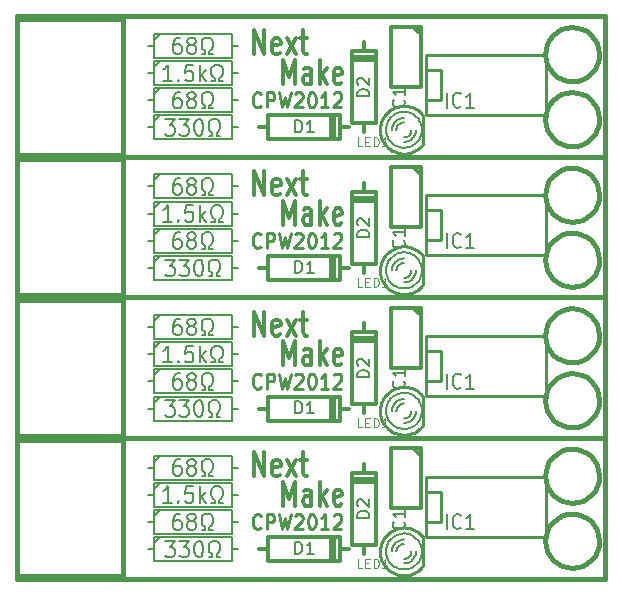
<source format=gto>
G04 (created by PCBNEW-RS274X (2011-12-23 BZR 3325)-testing) date Sunday, March 18, 2012 01:27:50 AM*
G01*
G70*
G90*
%MOIN*%
G04 Gerber Fmt 3.4, Leading zero omitted, Abs format*
%FSLAX34Y34*%
G04 APERTURE LIST*
%ADD10C,0.006000*%
%ADD11C,0.015000*%
%ADD12C,0.012000*%
%ADD13C,0.010000*%
%ADD14C,0.008000*%
%ADD15C,0.003500*%
G04 APERTURE END LIST*
G54D10*
G54D11*
X44764Y-38228D02*
X64370Y-38228D01*
X44764Y-33543D02*
X64370Y-33543D01*
X44764Y-28858D02*
X64370Y-28858D01*
X64370Y-42913D02*
X64370Y-24173D01*
X44764Y-42913D02*
X64370Y-42913D01*
X44764Y-24173D02*
X44764Y-42913D01*
X44764Y-24173D02*
X64370Y-24173D01*
G54D12*
X53635Y-26426D02*
X53635Y-25626D01*
X53835Y-26197D01*
X54035Y-25626D01*
X54035Y-26426D01*
X54578Y-26426D02*
X54578Y-26007D01*
X54549Y-25931D01*
X54492Y-25892D01*
X54378Y-25892D01*
X54321Y-25931D01*
X54578Y-26388D02*
X54521Y-26426D01*
X54378Y-26426D01*
X54321Y-26388D01*
X54292Y-26312D01*
X54292Y-26235D01*
X54321Y-26159D01*
X54378Y-26121D01*
X54521Y-26121D01*
X54578Y-26083D01*
X54864Y-26426D02*
X54864Y-25626D01*
X54921Y-26121D02*
X55092Y-26426D01*
X55092Y-25892D02*
X54864Y-26197D01*
X55578Y-26388D02*
X55521Y-26426D01*
X55407Y-26426D01*
X55350Y-26388D01*
X55321Y-26312D01*
X55321Y-26007D01*
X55350Y-25931D01*
X55407Y-25892D01*
X55521Y-25892D01*
X55578Y-25931D01*
X55607Y-26007D01*
X55607Y-26083D01*
X55321Y-26159D01*
X52661Y-25442D02*
X52661Y-24642D01*
X53004Y-25442D01*
X53004Y-24642D01*
X53518Y-25404D02*
X53461Y-25442D01*
X53347Y-25442D01*
X53290Y-25404D01*
X53261Y-25328D01*
X53261Y-25023D01*
X53290Y-24947D01*
X53347Y-24908D01*
X53461Y-24908D01*
X53518Y-24947D01*
X53547Y-25023D01*
X53547Y-25099D01*
X53261Y-25175D01*
X53747Y-25442D02*
X54061Y-24908D01*
X53747Y-24908D02*
X54061Y-25442D01*
X54204Y-24908D02*
X54433Y-24908D01*
X54290Y-24642D02*
X54290Y-25328D01*
X54318Y-25404D01*
X54376Y-25442D01*
X54433Y-25442D01*
G54D13*
X52893Y-27163D02*
X52872Y-27187D01*
X52808Y-27210D01*
X52765Y-27210D01*
X52700Y-27187D01*
X52658Y-27139D01*
X52636Y-27091D01*
X52615Y-26996D01*
X52615Y-26925D01*
X52636Y-26829D01*
X52658Y-26782D01*
X52700Y-26734D01*
X52765Y-26710D01*
X52808Y-26710D01*
X52872Y-26734D01*
X52893Y-26758D01*
X53086Y-27210D02*
X53086Y-26710D01*
X53258Y-26710D01*
X53300Y-26734D01*
X53322Y-26758D01*
X53343Y-26806D01*
X53343Y-26877D01*
X53322Y-26925D01*
X53300Y-26948D01*
X53258Y-26972D01*
X53086Y-26972D01*
X53493Y-26710D02*
X53600Y-27210D01*
X53686Y-26853D01*
X53772Y-27210D01*
X53879Y-26710D01*
X54029Y-26758D02*
X54050Y-26734D01*
X54093Y-26710D01*
X54200Y-26710D01*
X54243Y-26734D01*
X54264Y-26758D01*
X54286Y-26806D01*
X54286Y-26853D01*
X54264Y-26925D01*
X54007Y-27210D01*
X54286Y-27210D01*
X54565Y-26710D02*
X54608Y-26710D01*
X54651Y-26734D01*
X54672Y-26758D01*
X54693Y-26806D01*
X54715Y-26901D01*
X54715Y-27020D01*
X54693Y-27115D01*
X54672Y-27163D01*
X54651Y-27187D01*
X54608Y-27210D01*
X54565Y-27210D01*
X54522Y-27187D01*
X54501Y-27163D01*
X54479Y-27115D01*
X54458Y-27020D01*
X54458Y-26901D01*
X54479Y-26806D01*
X54501Y-26758D01*
X54522Y-26734D01*
X54565Y-26710D01*
X55144Y-27210D02*
X54887Y-27210D01*
X55015Y-27210D02*
X55015Y-26710D01*
X54972Y-26782D01*
X54930Y-26829D01*
X54887Y-26853D01*
X55316Y-26758D02*
X55337Y-26734D01*
X55380Y-26710D01*
X55487Y-26710D01*
X55530Y-26734D01*
X55551Y-26758D01*
X55573Y-26806D01*
X55573Y-26853D01*
X55551Y-26925D01*
X55294Y-27210D01*
X55573Y-27210D01*
G54D12*
X53635Y-31111D02*
X53635Y-30311D01*
X53835Y-30882D01*
X54035Y-30311D01*
X54035Y-31111D01*
X54578Y-31111D02*
X54578Y-30692D01*
X54549Y-30616D01*
X54492Y-30577D01*
X54378Y-30577D01*
X54321Y-30616D01*
X54578Y-31073D02*
X54521Y-31111D01*
X54378Y-31111D01*
X54321Y-31073D01*
X54292Y-30997D01*
X54292Y-30920D01*
X54321Y-30844D01*
X54378Y-30806D01*
X54521Y-30806D01*
X54578Y-30768D01*
X54864Y-31111D02*
X54864Y-30311D01*
X54921Y-30806D02*
X55092Y-31111D01*
X55092Y-30577D02*
X54864Y-30882D01*
X55578Y-31073D02*
X55521Y-31111D01*
X55407Y-31111D01*
X55350Y-31073D01*
X55321Y-30997D01*
X55321Y-30692D01*
X55350Y-30616D01*
X55407Y-30577D01*
X55521Y-30577D01*
X55578Y-30616D01*
X55607Y-30692D01*
X55607Y-30768D01*
X55321Y-30844D01*
X52661Y-30127D02*
X52661Y-29327D01*
X53004Y-30127D01*
X53004Y-29327D01*
X53518Y-30089D02*
X53461Y-30127D01*
X53347Y-30127D01*
X53290Y-30089D01*
X53261Y-30013D01*
X53261Y-29708D01*
X53290Y-29632D01*
X53347Y-29593D01*
X53461Y-29593D01*
X53518Y-29632D01*
X53547Y-29708D01*
X53547Y-29784D01*
X53261Y-29860D01*
X53747Y-30127D02*
X54061Y-29593D01*
X53747Y-29593D02*
X54061Y-30127D01*
X54204Y-29593D02*
X54433Y-29593D01*
X54290Y-29327D02*
X54290Y-30013D01*
X54318Y-30089D01*
X54376Y-30127D01*
X54433Y-30127D01*
G54D13*
X52893Y-31848D02*
X52872Y-31872D01*
X52808Y-31895D01*
X52765Y-31895D01*
X52700Y-31872D01*
X52658Y-31824D01*
X52636Y-31776D01*
X52615Y-31681D01*
X52615Y-31610D01*
X52636Y-31514D01*
X52658Y-31467D01*
X52700Y-31419D01*
X52765Y-31395D01*
X52808Y-31395D01*
X52872Y-31419D01*
X52893Y-31443D01*
X53086Y-31895D02*
X53086Y-31395D01*
X53258Y-31395D01*
X53300Y-31419D01*
X53322Y-31443D01*
X53343Y-31491D01*
X53343Y-31562D01*
X53322Y-31610D01*
X53300Y-31633D01*
X53258Y-31657D01*
X53086Y-31657D01*
X53493Y-31395D02*
X53600Y-31895D01*
X53686Y-31538D01*
X53772Y-31895D01*
X53879Y-31395D01*
X54029Y-31443D02*
X54050Y-31419D01*
X54093Y-31395D01*
X54200Y-31395D01*
X54243Y-31419D01*
X54264Y-31443D01*
X54286Y-31491D01*
X54286Y-31538D01*
X54264Y-31610D01*
X54007Y-31895D01*
X54286Y-31895D01*
X54565Y-31395D02*
X54608Y-31395D01*
X54651Y-31419D01*
X54672Y-31443D01*
X54693Y-31491D01*
X54715Y-31586D01*
X54715Y-31705D01*
X54693Y-31800D01*
X54672Y-31848D01*
X54651Y-31872D01*
X54608Y-31895D01*
X54565Y-31895D01*
X54522Y-31872D01*
X54501Y-31848D01*
X54479Y-31800D01*
X54458Y-31705D01*
X54458Y-31586D01*
X54479Y-31491D01*
X54501Y-31443D01*
X54522Y-31419D01*
X54565Y-31395D01*
X55144Y-31895D02*
X54887Y-31895D01*
X55015Y-31895D02*
X55015Y-31395D01*
X54972Y-31467D01*
X54930Y-31514D01*
X54887Y-31538D01*
X55316Y-31443D02*
X55337Y-31419D01*
X55380Y-31395D01*
X55487Y-31395D01*
X55530Y-31419D01*
X55551Y-31443D01*
X55573Y-31491D01*
X55573Y-31538D01*
X55551Y-31610D01*
X55294Y-31895D01*
X55573Y-31895D01*
G54D12*
X53635Y-35796D02*
X53635Y-34996D01*
X53835Y-35567D01*
X54035Y-34996D01*
X54035Y-35796D01*
X54578Y-35796D02*
X54578Y-35377D01*
X54549Y-35301D01*
X54492Y-35262D01*
X54378Y-35262D01*
X54321Y-35301D01*
X54578Y-35758D02*
X54521Y-35796D01*
X54378Y-35796D01*
X54321Y-35758D01*
X54292Y-35682D01*
X54292Y-35605D01*
X54321Y-35529D01*
X54378Y-35491D01*
X54521Y-35491D01*
X54578Y-35453D01*
X54864Y-35796D02*
X54864Y-34996D01*
X54921Y-35491D02*
X55092Y-35796D01*
X55092Y-35262D02*
X54864Y-35567D01*
X55578Y-35758D02*
X55521Y-35796D01*
X55407Y-35796D01*
X55350Y-35758D01*
X55321Y-35682D01*
X55321Y-35377D01*
X55350Y-35301D01*
X55407Y-35262D01*
X55521Y-35262D01*
X55578Y-35301D01*
X55607Y-35377D01*
X55607Y-35453D01*
X55321Y-35529D01*
X52661Y-34812D02*
X52661Y-34012D01*
X53004Y-34812D01*
X53004Y-34012D01*
X53518Y-34774D02*
X53461Y-34812D01*
X53347Y-34812D01*
X53290Y-34774D01*
X53261Y-34698D01*
X53261Y-34393D01*
X53290Y-34317D01*
X53347Y-34278D01*
X53461Y-34278D01*
X53518Y-34317D01*
X53547Y-34393D01*
X53547Y-34469D01*
X53261Y-34545D01*
X53747Y-34812D02*
X54061Y-34278D01*
X53747Y-34278D02*
X54061Y-34812D01*
X54204Y-34278D02*
X54433Y-34278D01*
X54290Y-34012D02*
X54290Y-34698D01*
X54318Y-34774D01*
X54376Y-34812D01*
X54433Y-34812D01*
G54D13*
X52893Y-36533D02*
X52872Y-36557D01*
X52808Y-36580D01*
X52765Y-36580D01*
X52700Y-36557D01*
X52658Y-36509D01*
X52636Y-36461D01*
X52615Y-36366D01*
X52615Y-36295D01*
X52636Y-36199D01*
X52658Y-36152D01*
X52700Y-36104D01*
X52765Y-36080D01*
X52808Y-36080D01*
X52872Y-36104D01*
X52893Y-36128D01*
X53086Y-36580D02*
X53086Y-36080D01*
X53258Y-36080D01*
X53300Y-36104D01*
X53322Y-36128D01*
X53343Y-36176D01*
X53343Y-36247D01*
X53322Y-36295D01*
X53300Y-36318D01*
X53258Y-36342D01*
X53086Y-36342D01*
X53493Y-36080D02*
X53600Y-36580D01*
X53686Y-36223D01*
X53772Y-36580D01*
X53879Y-36080D01*
X54029Y-36128D02*
X54050Y-36104D01*
X54093Y-36080D01*
X54200Y-36080D01*
X54243Y-36104D01*
X54264Y-36128D01*
X54286Y-36176D01*
X54286Y-36223D01*
X54264Y-36295D01*
X54007Y-36580D01*
X54286Y-36580D01*
X54565Y-36080D02*
X54608Y-36080D01*
X54651Y-36104D01*
X54672Y-36128D01*
X54693Y-36176D01*
X54715Y-36271D01*
X54715Y-36390D01*
X54693Y-36485D01*
X54672Y-36533D01*
X54651Y-36557D01*
X54608Y-36580D01*
X54565Y-36580D01*
X54522Y-36557D01*
X54501Y-36533D01*
X54479Y-36485D01*
X54458Y-36390D01*
X54458Y-36271D01*
X54479Y-36176D01*
X54501Y-36128D01*
X54522Y-36104D01*
X54565Y-36080D01*
X55144Y-36580D02*
X54887Y-36580D01*
X55015Y-36580D02*
X55015Y-36080D01*
X54972Y-36152D01*
X54930Y-36199D01*
X54887Y-36223D01*
X55316Y-36128D02*
X55337Y-36104D01*
X55380Y-36080D01*
X55487Y-36080D01*
X55530Y-36104D01*
X55551Y-36128D01*
X55573Y-36176D01*
X55573Y-36223D01*
X55551Y-36295D01*
X55294Y-36580D01*
X55573Y-36580D01*
G54D12*
X53635Y-40481D02*
X53635Y-39681D01*
X53835Y-40252D01*
X54035Y-39681D01*
X54035Y-40481D01*
X54578Y-40481D02*
X54578Y-40062D01*
X54549Y-39986D01*
X54492Y-39947D01*
X54378Y-39947D01*
X54321Y-39986D01*
X54578Y-40443D02*
X54521Y-40481D01*
X54378Y-40481D01*
X54321Y-40443D01*
X54292Y-40367D01*
X54292Y-40290D01*
X54321Y-40214D01*
X54378Y-40176D01*
X54521Y-40176D01*
X54578Y-40138D01*
X54864Y-40481D02*
X54864Y-39681D01*
X54921Y-40176D02*
X55092Y-40481D01*
X55092Y-39947D02*
X54864Y-40252D01*
X55578Y-40443D02*
X55521Y-40481D01*
X55407Y-40481D01*
X55350Y-40443D01*
X55321Y-40367D01*
X55321Y-40062D01*
X55350Y-39986D01*
X55407Y-39947D01*
X55521Y-39947D01*
X55578Y-39986D01*
X55607Y-40062D01*
X55607Y-40138D01*
X55321Y-40214D01*
X52661Y-39497D02*
X52661Y-38697D01*
X53004Y-39497D01*
X53004Y-38697D01*
X53518Y-39459D02*
X53461Y-39497D01*
X53347Y-39497D01*
X53290Y-39459D01*
X53261Y-39383D01*
X53261Y-39078D01*
X53290Y-39002D01*
X53347Y-38963D01*
X53461Y-38963D01*
X53518Y-39002D01*
X53547Y-39078D01*
X53547Y-39154D01*
X53261Y-39230D01*
X53747Y-39497D02*
X54061Y-38963D01*
X53747Y-38963D02*
X54061Y-39497D01*
X54204Y-38963D02*
X54433Y-38963D01*
X54290Y-38697D02*
X54290Y-39383D01*
X54318Y-39459D01*
X54376Y-39497D01*
X54433Y-39497D01*
G54D13*
X52893Y-41218D02*
X52872Y-41242D01*
X52808Y-41265D01*
X52765Y-41265D01*
X52700Y-41242D01*
X52658Y-41194D01*
X52636Y-41146D01*
X52615Y-41051D01*
X52615Y-40980D01*
X52636Y-40884D01*
X52658Y-40837D01*
X52700Y-40789D01*
X52765Y-40765D01*
X52808Y-40765D01*
X52872Y-40789D01*
X52893Y-40813D01*
X53086Y-41265D02*
X53086Y-40765D01*
X53258Y-40765D01*
X53300Y-40789D01*
X53322Y-40813D01*
X53343Y-40861D01*
X53343Y-40932D01*
X53322Y-40980D01*
X53300Y-41003D01*
X53258Y-41027D01*
X53086Y-41027D01*
X53493Y-40765D02*
X53600Y-41265D01*
X53686Y-40908D01*
X53772Y-41265D01*
X53879Y-40765D01*
X54029Y-40813D02*
X54050Y-40789D01*
X54093Y-40765D01*
X54200Y-40765D01*
X54243Y-40789D01*
X54264Y-40813D01*
X54286Y-40861D01*
X54286Y-40908D01*
X54264Y-40980D01*
X54007Y-41265D01*
X54286Y-41265D01*
X54565Y-40765D02*
X54608Y-40765D01*
X54651Y-40789D01*
X54672Y-40813D01*
X54693Y-40861D01*
X54715Y-40956D01*
X54715Y-41075D01*
X54693Y-41170D01*
X54672Y-41218D01*
X54651Y-41242D01*
X54608Y-41265D01*
X54565Y-41265D01*
X54522Y-41242D01*
X54501Y-41218D01*
X54479Y-41170D01*
X54458Y-41075D01*
X54458Y-40956D01*
X54479Y-40861D01*
X54501Y-40813D01*
X54522Y-40789D01*
X54565Y-40765D01*
X55144Y-41265D02*
X54887Y-41265D01*
X55015Y-41265D02*
X55015Y-40765D01*
X54972Y-40837D01*
X54930Y-40884D01*
X54887Y-40908D01*
X55316Y-40813D02*
X55337Y-40789D01*
X55380Y-40765D01*
X55487Y-40765D01*
X55530Y-40789D01*
X55551Y-40813D01*
X55573Y-40861D01*
X55573Y-40908D01*
X55551Y-40980D01*
X55294Y-41265D01*
X55573Y-41265D01*
G54D11*
X44764Y-24253D02*
X48307Y-24253D01*
X48307Y-24253D02*
X48307Y-28781D01*
X48307Y-28781D02*
X44764Y-28781D01*
X44764Y-28781D02*
X44764Y-24253D01*
X64167Y-27599D02*
X64149Y-27773D01*
X64099Y-27941D01*
X64016Y-28097D01*
X63905Y-28233D01*
X63770Y-28345D01*
X63615Y-28428D01*
X63447Y-28480D01*
X63273Y-28498D01*
X63099Y-28483D01*
X62930Y-28433D01*
X62775Y-28352D01*
X62638Y-28242D01*
X62525Y-28107D01*
X62440Y-27953D01*
X62387Y-27786D01*
X62368Y-27611D01*
X62382Y-27437D01*
X62431Y-27268D01*
X62511Y-27112D01*
X62620Y-26974D01*
X62754Y-26860D01*
X62907Y-26775D01*
X63074Y-26720D01*
X63249Y-26700D01*
X63423Y-26713D01*
X63592Y-26760D01*
X63749Y-26840D01*
X63887Y-26948D01*
X64002Y-27081D01*
X64089Y-27233D01*
X64144Y-27400D01*
X64166Y-27574D01*
X64167Y-27599D01*
X64167Y-25434D02*
X64149Y-25608D01*
X64099Y-25776D01*
X64016Y-25932D01*
X63905Y-26068D01*
X63770Y-26180D01*
X63615Y-26263D01*
X63447Y-26315D01*
X63273Y-26333D01*
X63099Y-26318D01*
X62930Y-26268D01*
X62775Y-26187D01*
X62638Y-26077D01*
X62525Y-25942D01*
X62440Y-25788D01*
X62387Y-25621D01*
X62368Y-25446D01*
X62382Y-25272D01*
X62431Y-25103D01*
X62511Y-24947D01*
X62620Y-24809D01*
X62754Y-24695D01*
X62907Y-24610D01*
X63074Y-24555D01*
X63249Y-24535D01*
X63423Y-24548D01*
X63592Y-24595D01*
X63749Y-24675D01*
X63887Y-24783D01*
X64002Y-24916D01*
X64089Y-25068D01*
X64144Y-25235D01*
X64166Y-25409D01*
X64167Y-25434D01*
G54D13*
X58279Y-28453D02*
X58279Y-27453D01*
G54D10*
X57199Y-27569D02*
X57167Y-27611D01*
X57139Y-27655D01*
X57115Y-27702D01*
X57095Y-27750D01*
X57079Y-27800D01*
X57068Y-27851D01*
X57062Y-27903D01*
X57059Y-27953D01*
X57060Y-27953D02*
X57063Y-28005D01*
X57070Y-28057D01*
X57081Y-28108D01*
X57097Y-28157D01*
X57117Y-28206D01*
X57141Y-28252D01*
X57169Y-28296D01*
X57201Y-28338D01*
X57212Y-28350D01*
X58258Y-27953D02*
X58255Y-27901D01*
X58248Y-27849D01*
X58237Y-27798D01*
X58221Y-27749D01*
X58201Y-27700D01*
X58177Y-27654D01*
X58149Y-27610D01*
X58117Y-27568D01*
X58113Y-27564D01*
X58119Y-28337D02*
X58151Y-28295D01*
X58179Y-28251D01*
X58203Y-28204D01*
X58223Y-28156D01*
X58239Y-28106D01*
X58250Y-28055D01*
X58256Y-28003D01*
X58259Y-27953D01*
X58146Y-27604D02*
X58114Y-27563D01*
X58078Y-27525D01*
X58039Y-27490D01*
X57997Y-27458D01*
X57953Y-27431D01*
X57906Y-27407D01*
X57858Y-27388D01*
X57808Y-27372D01*
X57756Y-27362D01*
X57705Y-27355D01*
X57659Y-27353D01*
X57659Y-27353D02*
X57607Y-27356D01*
X57555Y-27363D01*
X57504Y-27374D01*
X57454Y-27390D01*
X57406Y-27410D01*
X57360Y-27434D01*
X57315Y-27462D01*
X57274Y-27494D01*
X57235Y-27529D01*
X57200Y-27568D01*
X57180Y-27593D01*
X57659Y-28552D02*
X57711Y-28549D01*
X57763Y-28542D01*
X57814Y-28531D01*
X57863Y-28515D01*
X57912Y-28495D01*
X57958Y-28471D01*
X58002Y-28443D01*
X58044Y-28411D01*
X58082Y-28376D01*
X58117Y-28338D01*
X58131Y-28320D01*
X57186Y-28321D02*
X57220Y-28361D01*
X57257Y-28398D01*
X57298Y-28431D01*
X57341Y-28461D01*
X57386Y-28487D01*
X57434Y-28508D01*
X57483Y-28526D01*
X57534Y-28539D01*
X57585Y-28548D01*
X57638Y-28552D01*
X57659Y-28553D01*
X57659Y-27703D02*
X57638Y-27704D01*
X57616Y-27707D01*
X57595Y-27712D01*
X57574Y-27719D01*
X57554Y-27727D01*
X57535Y-27737D01*
X57516Y-27749D01*
X57499Y-27762D01*
X57483Y-27777D01*
X57468Y-27793D01*
X57455Y-27810D01*
X57443Y-27829D01*
X57433Y-27848D01*
X57425Y-27868D01*
X57418Y-27889D01*
X57413Y-27910D01*
X57410Y-27932D01*
X57409Y-27953D01*
X57659Y-27553D02*
X57625Y-27555D01*
X57590Y-27560D01*
X57556Y-27567D01*
X57523Y-27578D01*
X57490Y-27591D01*
X57460Y-27607D01*
X57430Y-27626D01*
X57402Y-27647D01*
X57377Y-27671D01*
X57353Y-27696D01*
X57332Y-27724D01*
X57313Y-27754D01*
X57297Y-27784D01*
X57284Y-27817D01*
X57273Y-27850D01*
X57266Y-27884D01*
X57261Y-27919D01*
X57259Y-27953D01*
X57659Y-28203D02*
X57680Y-28202D01*
X57702Y-28199D01*
X57723Y-28194D01*
X57744Y-28187D01*
X57764Y-28179D01*
X57784Y-28169D01*
X57802Y-28157D01*
X57819Y-28144D01*
X57835Y-28129D01*
X57850Y-28113D01*
X57863Y-28096D01*
X57875Y-28077D01*
X57885Y-28058D01*
X57893Y-28038D01*
X57900Y-28017D01*
X57905Y-27996D01*
X57908Y-27974D01*
X57909Y-27953D01*
X57659Y-28353D02*
X57693Y-28351D01*
X57728Y-28346D01*
X57762Y-28339D01*
X57795Y-28328D01*
X57828Y-28315D01*
X57859Y-28299D01*
X57888Y-28280D01*
X57916Y-28259D01*
X57941Y-28235D01*
X57965Y-28210D01*
X57986Y-28182D01*
X58005Y-28152D01*
X58021Y-28122D01*
X58034Y-28089D01*
X58045Y-28056D01*
X58052Y-28022D01*
X58057Y-27987D01*
X58059Y-27953D01*
G54D13*
X58272Y-27440D02*
X58225Y-27389D01*
X58174Y-27342D01*
X58119Y-27299D01*
X58060Y-27261D01*
X57998Y-27229D01*
X57933Y-27202D01*
X57867Y-27181D01*
X57799Y-27166D01*
X57730Y-27157D01*
X57660Y-27154D01*
X57659Y-27153D01*
X57659Y-27154D02*
X57590Y-27158D01*
X57521Y-27167D01*
X57453Y-27182D01*
X57386Y-27203D01*
X57322Y-27229D01*
X57260Y-27262D01*
X57201Y-27299D01*
X57146Y-27341D01*
X57095Y-27389D01*
X57047Y-27440D01*
X57005Y-27495D01*
X56968Y-27554D01*
X56955Y-27577D01*
X57660Y-28750D02*
X57729Y-28747D01*
X57798Y-28738D01*
X57866Y-28723D01*
X57933Y-28702D01*
X57997Y-28675D01*
X58059Y-28643D01*
X58117Y-28605D01*
X58173Y-28563D01*
X58224Y-28516D01*
X58268Y-28468D01*
X56965Y-28350D02*
X57003Y-28409D01*
X57045Y-28465D01*
X57092Y-28516D01*
X57143Y-28564D01*
X57198Y-28606D01*
X57257Y-28644D01*
X57319Y-28676D01*
X57383Y-28703D01*
X57450Y-28725D01*
X57518Y-28740D01*
X57587Y-28749D01*
X57657Y-28752D01*
X57659Y-28753D01*
X56955Y-27574D02*
X56925Y-27637D01*
X56900Y-27702D01*
X56881Y-27769D01*
X56868Y-27838D01*
X56861Y-27907D01*
X56859Y-27953D01*
X56860Y-27953D02*
X56864Y-28022D01*
X56873Y-28091D01*
X56888Y-28159D01*
X56909Y-28226D01*
X56935Y-28290D01*
X56968Y-28352D01*
X56979Y-28371D01*
G54D14*
X49130Y-26063D02*
X49330Y-26063D01*
X52130Y-26063D02*
X51930Y-26063D01*
X51930Y-26063D02*
X51930Y-25663D01*
X51930Y-25663D02*
X49330Y-25663D01*
X49330Y-25663D02*
X49330Y-26463D01*
X49330Y-26463D02*
X51930Y-26463D01*
X51930Y-26463D02*
X51930Y-26063D01*
X49330Y-25863D02*
X49530Y-25663D01*
X49130Y-25158D02*
X49330Y-25158D01*
X52130Y-25158D02*
X51930Y-25158D01*
X51930Y-25158D02*
X51930Y-24758D01*
X51930Y-24758D02*
X49330Y-24758D01*
X49330Y-24758D02*
X49330Y-25558D01*
X49330Y-25558D02*
X51930Y-25558D01*
X51930Y-25558D02*
X51930Y-25158D01*
X49330Y-24958D02*
X49530Y-24758D01*
X49130Y-26969D02*
X49330Y-26969D01*
X52130Y-26969D02*
X51930Y-26969D01*
X51930Y-26969D02*
X51930Y-26569D01*
X51930Y-26569D02*
X49330Y-26569D01*
X49330Y-26569D02*
X49330Y-27369D01*
X49330Y-27369D02*
X51930Y-27369D01*
X51930Y-27369D02*
X51930Y-26969D01*
X49330Y-26769D02*
X49530Y-26569D01*
X49130Y-27874D02*
X49330Y-27874D01*
X52130Y-27874D02*
X51930Y-27874D01*
X51930Y-27874D02*
X51930Y-27474D01*
X51930Y-27474D02*
X49330Y-27474D01*
X49330Y-27474D02*
X49330Y-28274D01*
X49330Y-28274D02*
X51930Y-28274D01*
X51930Y-28274D02*
X51930Y-27874D01*
X49330Y-27674D02*
X49530Y-27474D01*
G54D13*
X58393Y-25958D02*
X58893Y-25958D01*
X58893Y-25958D02*
X58893Y-26958D01*
X58893Y-26958D02*
X58393Y-26958D01*
X58393Y-25458D02*
X62393Y-25458D01*
X62393Y-25458D02*
X62393Y-27458D01*
X62393Y-27458D02*
X58393Y-27458D01*
X58393Y-27458D02*
X58393Y-25458D01*
G54D12*
X55831Y-27874D02*
X55531Y-27874D01*
X55531Y-27874D02*
X55531Y-27474D01*
X55531Y-27474D02*
X53131Y-27474D01*
X53131Y-27474D02*
X53131Y-27874D01*
X53131Y-27874D02*
X52831Y-27874D01*
X53131Y-27874D02*
X53131Y-28274D01*
X53131Y-28274D02*
X55531Y-28274D01*
X55531Y-28274D02*
X55531Y-27874D01*
X55331Y-27474D02*
X55331Y-28274D01*
X55231Y-28274D02*
X55231Y-27474D01*
X56339Y-25036D02*
X56339Y-25336D01*
X56339Y-25336D02*
X55939Y-25336D01*
X55939Y-25336D02*
X55939Y-27736D01*
X55939Y-27736D02*
X56339Y-27736D01*
X56339Y-27736D02*
X56339Y-28036D01*
X56339Y-27736D02*
X56739Y-27736D01*
X56739Y-27736D02*
X56739Y-25336D01*
X56739Y-25336D02*
X56339Y-25336D01*
X55939Y-25536D02*
X56739Y-25536D01*
X56739Y-25636D02*
X55939Y-25636D01*
X58217Y-24532D02*
X58217Y-26512D01*
X58217Y-26512D02*
X57217Y-26512D01*
X57217Y-26512D02*
X57217Y-24512D01*
X57217Y-24512D02*
X58217Y-24512D01*
X57967Y-24512D02*
X58217Y-24762D01*
G54D11*
X44764Y-28938D02*
X48307Y-28938D01*
X48307Y-28938D02*
X48307Y-33466D01*
X48307Y-33466D02*
X44764Y-33466D01*
X44764Y-33466D02*
X44764Y-28938D01*
X64167Y-32284D02*
X64149Y-32458D01*
X64099Y-32626D01*
X64016Y-32782D01*
X63905Y-32918D01*
X63770Y-33030D01*
X63615Y-33113D01*
X63447Y-33165D01*
X63273Y-33183D01*
X63099Y-33168D01*
X62930Y-33118D01*
X62775Y-33037D01*
X62638Y-32927D01*
X62525Y-32792D01*
X62440Y-32638D01*
X62387Y-32471D01*
X62368Y-32296D01*
X62382Y-32122D01*
X62431Y-31953D01*
X62511Y-31797D01*
X62620Y-31659D01*
X62754Y-31545D01*
X62907Y-31460D01*
X63074Y-31405D01*
X63249Y-31385D01*
X63423Y-31398D01*
X63592Y-31445D01*
X63749Y-31525D01*
X63887Y-31633D01*
X64002Y-31766D01*
X64089Y-31918D01*
X64144Y-32085D01*
X64166Y-32259D01*
X64167Y-32284D01*
X64167Y-30119D02*
X64149Y-30293D01*
X64099Y-30461D01*
X64016Y-30617D01*
X63905Y-30753D01*
X63770Y-30865D01*
X63615Y-30948D01*
X63447Y-31000D01*
X63273Y-31018D01*
X63099Y-31003D01*
X62930Y-30953D01*
X62775Y-30872D01*
X62638Y-30762D01*
X62525Y-30627D01*
X62440Y-30473D01*
X62387Y-30306D01*
X62368Y-30131D01*
X62382Y-29957D01*
X62431Y-29788D01*
X62511Y-29632D01*
X62620Y-29494D01*
X62754Y-29380D01*
X62907Y-29295D01*
X63074Y-29240D01*
X63249Y-29220D01*
X63423Y-29233D01*
X63592Y-29280D01*
X63749Y-29360D01*
X63887Y-29468D01*
X64002Y-29601D01*
X64089Y-29753D01*
X64144Y-29920D01*
X64166Y-30094D01*
X64167Y-30119D01*
G54D13*
X58279Y-33138D02*
X58279Y-32138D01*
G54D10*
X57199Y-32254D02*
X57167Y-32296D01*
X57139Y-32340D01*
X57115Y-32387D01*
X57095Y-32435D01*
X57079Y-32485D01*
X57068Y-32536D01*
X57062Y-32588D01*
X57059Y-32638D01*
X57060Y-32638D02*
X57063Y-32690D01*
X57070Y-32742D01*
X57081Y-32793D01*
X57097Y-32842D01*
X57117Y-32891D01*
X57141Y-32937D01*
X57169Y-32981D01*
X57201Y-33023D01*
X57212Y-33035D01*
X58258Y-32638D02*
X58255Y-32586D01*
X58248Y-32534D01*
X58237Y-32483D01*
X58221Y-32434D01*
X58201Y-32385D01*
X58177Y-32339D01*
X58149Y-32295D01*
X58117Y-32253D01*
X58113Y-32249D01*
X58119Y-33022D02*
X58151Y-32980D01*
X58179Y-32936D01*
X58203Y-32889D01*
X58223Y-32841D01*
X58239Y-32791D01*
X58250Y-32740D01*
X58256Y-32688D01*
X58259Y-32638D01*
X58146Y-32289D02*
X58114Y-32248D01*
X58078Y-32210D01*
X58039Y-32175D01*
X57997Y-32143D01*
X57953Y-32116D01*
X57906Y-32092D01*
X57858Y-32073D01*
X57808Y-32057D01*
X57756Y-32047D01*
X57705Y-32040D01*
X57659Y-32038D01*
X57659Y-32038D02*
X57607Y-32041D01*
X57555Y-32048D01*
X57504Y-32059D01*
X57454Y-32075D01*
X57406Y-32095D01*
X57360Y-32119D01*
X57315Y-32147D01*
X57274Y-32179D01*
X57235Y-32214D01*
X57200Y-32253D01*
X57180Y-32278D01*
X57659Y-33237D02*
X57711Y-33234D01*
X57763Y-33227D01*
X57814Y-33216D01*
X57863Y-33200D01*
X57912Y-33180D01*
X57958Y-33156D01*
X58002Y-33128D01*
X58044Y-33096D01*
X58082Y-33061D01*
X58117Y-33023D01*
X58131Y-33005D01*
X57186Y-33006D02*
X57220Y-33046D01*
X57257Y-33083D01*
X57298Y-33116D01*
X57341Y-33146D01*
X57386Y-33172D01*
X57434Y-33193D01*
X57483Y-33211D01*
X57534Y-33224D01*
X57585Y-33233D01*
X57638Y-33237D01*
X57659Y-33238D01*
X57659Y-32388D02*
X57638Y-32389D01*
X57616Y-32392D01*
X57595Y-32397D01*
X57574Y-32404D01*
X57554Y-32412D01*
X57535Y-32422D01*
X57516Y-32434D01*
X57499Y-32447D01*
X57483Y-32462D01*
X57468Y-32478D01*
X57455Y-32495D01*
X57443Y-32514D01*
X57433Y-32533D01*
X57425Y-32553D01*
X57418Y-32574D01*
X57413Y-32595D01*
X57410Y-32617D01*
X57409Y-32638D01*
X57659Y-32238D02*
X57625Y-32240D01*
X57590Y-32245D01*
X57556Y-32252D01*
X57523Y-32263D01*
X57490Y-32276D01*
X57460Y-32292D01*
X57430Y-32311D01*
X57402Y-32332D01*
X57377Y-32356D01*
X57353Y-32381D01*
X57332Y-32409D01*
X57313Y-32439D01*
X57297Y-32469D01*
X57284Y-32502D01*
X57273Y-32535D01*
X57266Y-32569D01*
X57261Y-32604D01*
X57259Y-32638D01*
X57659Y-32888D02*
X57680Y-32887D01*
X57702Y-32884D01*
X57723Y-32879D01*
X57744Y-32872D01*
X57764Y-32864D01*
X57784Y-32854D01*
X57802Y-32842D01*
X57819Y-32829D01*
X57835Y-32814D01*
X57850Y-32798D01*
X57863Y-32781D01*
X57875Y-32762D01*
X57885Y-32743D01*
X57893Y-32723D01*
X57900Y-32702D01*
X57905Y-32681D01*
X57908Y-32659D01*
X57909Y-32638D01*
X57659Y-33038D02*
X57693Y-33036D01*
X57728Y-33031D01*
X57762Y-33024D01*
X57795Y-33013D01*
X57828Y-33000D01*
X57859Y-32984D01*
X57888Y-32965D01*
X57916Y-32944D01*
X57941Y-32920D01*
X57965Y-32895D01*
X57986Y-32867D01*
X58005Y-32837D01*
X58021Y-32807D01*
X58034Y-32774D01*
X58045Y-32741D01*
X58052Y-32707D01*
X58057Y-32672D01*
X58059Y-32638D01*
G54D13*
X58272Y-32125D02*
X58225Y-32074D01*
X58174Y-32027D01*
X58119Y-31984D01*
X58060Y-31946D01*
X57998Y-31914D01*
X57933Y-31887D01*
X57867Y-31866D01*
X57799Y-31851D01*
X57730Y-31842D01*
X57660Y-31839D01*
X57659Y-31838D01*
X57659Y-31839D02*
X57590Y-31843D01*
X57521Y-31852D01*
X57453Y-31867D01*
X57386Y-31888D01*
X57322Y-31914D01*
X57260Y-31947D01*
X57201Y-31984D01*
X57146Y-32026D01*
X57095Y-32074D01*
X57047Y-32125D01*
X57005Y-32180D01*
X56968Y-32239D01*
X56955Y-32262D01*
X57660Y-33435D02*
X57729Y-33432D01*
X57798Y-33423D01*
X57866Y-33408D01*
X57933Y-33387D01*
X57997Y-33360D01*
X58059Y-33328D01*
X58117Y-33290D01*
X58173Y-33248D01*
X58224Y-33201D01*
X58268Y-33153D01*
X56965Y-33035D02*
X57003Y-33094D01*
X57045Y-33150D01*
X57092Y-33201D01*
X57143Y-33249D01*
X57198Y-33291D01*
X57257Y-33329D01*
X57319Y-33361D01*
X57383Y-33388D01*
X57450Y-33410D01*
X57518Y-33425D01*
X57587Y-33434D01*
X57657Y-33437D01*
X57659Y-33438D01*
X56955Y-32259D02*
X56925Y-32322D01*
X56900Y-32387D01*
X56881Y-32454D01*
X56868Y-32523D01*
X56861Y-32592D01*
X56859Y-32638D01*
X56860Y-32638D02*
X56864Y-32707D01*
X56873Y-32776D01*
X56888Y-32844D01*
X56909Y-32911D01*
X56935Y-32975D01*
X56968Y-33037D01*
X56979Y-33056D01*
G54D14*
X49130Y-30748D02*
X49330Y-30748D01*
X52130Y-30748D02*
X51930Y-30748D01*
X51930Y-30748D02*
X51930Y-30348D01*
X51930Y-30348D02*
X49330Y-30348D01*
X49330Y-30348D02*
X49330Y-31148D01*
X49330Y-31148D02*
X51930Y-31148D01*
X51930Y-31148D02*
X51930Y-30748D01*
X49330Y-30548D02*
X49530Y-30348D01*
X49130Y-29843D02*
X49330Y-29843D01*
X52130Y-29843D02*
X51930Y-29843D01*
X51930Y-29843D02*
X51930Y-29443D01*
X51930Y-29443D02*
X49330Y-29443D01*
X49330Y-29443D02*
X49330Y-30243D01*
X49330Y-30243D02*
X51930Y-30243D01*
X51930Y-30243D02*
X51930Y-29843D01*
X49330Y-29643D02*
X49530Y-29443D01*
X49130Y-31654D02*
X49330Y-31654D01*
X52130Y-31654D02*
X51930Y-31654D01*
X51930Y-31654D02*
X51930Y-31254D01*
X51930Y-31254D02*
X49330Y-31254D01*
X49330Y-31254D02*
X49330Y-32054D01*
X49330Y-32054D02*
X51930Y-32054D01*
X51930Y-32054D02*
X51930Y-31654D01*
X49330Y-31454D02*
X49530Y-31254D01*
X49130Y-32559D02*
X49330Y-32559D01*
X52130Y-32559D02*
X51930Y-32559D01*
X51930Y-32559D02*
X51930Y-32159D01*
X51930Y-32159D02*
X49330Y-32159D01*
X49330Y-32159D02*
X49330Y-32959D01*
X49330Y-32959D02*
X51930Y-32959D01*
X51930Y-32959D02*
X51930Y-32559D01*
X49330Y-32359D02*
X49530Y-32159D01*
G54D13*
X58393Y-30643D02*
X58893Y-30643D01*
X58893Y-30643D02*
X58893Y-31643D01*
X58893Y-31643D02*
X58393Y-31643D01*
X58393Y-30143D02*
X62393Y-30143D01*
X62393Y-30143D02*
X62393Y-32143D01*
X62393Y-32143D02*
X58393Y-32143D01*
X58393Y-32143D02*
X58393Y-30143D01*
G54D12*
X55831Y-32559D02*
X55531Y-32559D01*
X55531Y-32559D02*
X55531Y-32159D01*
X55531Y-32159D02*
X53131Y-32159D01*
X53131Y-32159D02*
X53131Y-32559D01*
X53131Y-32559D02*
X52831Y-32559D01*
X53131Y-32559D02*
X53131Y-32959D01*
X53131Y-32959D02*
X55531Y-32959D01*
X55531Y-32959D02*
X55531Y-32559D01*
X55331Y-32159D02*
X55331Y-32959D01*
X55231Y-32959D02*
X55231Y-32159D01*
X56339Y-29721D02*
X56339Y-30021D01*
X56339Y-30021D02*
X55939Y-30021D01*
X55939Y-30021D02*
X55939Y-32421D01*
X55939Y-32421D02*
X56339Y-32421D01*
X56339Y-32421D02*
X56339Y-32721D01*
X56339Y-32421D02*
X56739Y-32421D01*
X56739Y-32421D02*
X56739Y-30021D01*
X56739Y-30021D02*
X56339Y-30021D01*
X55939Y-30221D02*
X56739Y-30221D01*
X56739Y-30321D02*
X55939Y-30321D01*
X58217Y-29217D02*
X58217Y-31197D01*
X58217Y-31197D02*
X57217Y-31197D01*
X57217Y-31197D02*
X57217Y-29197D01*
X57217Y-29197D02*
X58217Y-29197D01*
X57967Y-29197D02*
X58217Y-29447D01*
G54D11*
X44764Y-33623D02*
X48307Y-33623D01*
X48307Y-33623D02*
X48307Y-38151D01*
X48307Y-38151D02*
X44764Y-38151D01*
X44764Y-38151D02*
X44764Y-33623D01*
X64167Y-36969D02*
X64149Y-37143D01*
X64099Y-37311D01*
X64016Y-37467D01*
X63905Y-37603D01*
X63770Y-37715D01*
X63615Y-37798D01*
X63447Y-37850D01*
X63273Y-37868D01*
X63099Y-37853D01*
X62930Y-37803D01*
X62775Y-37722D01*
X62638Y-37612D01*
X62525Y-37477D01*
X62440Y-37323D01*
X62387Y-37156D01*
X62368Y-36981D01*
X62382Y-36807D01*
X62431Y-36638D01*
X62511Y-36482D01*
X62620Y-36344D01*
X62754Y-36230D01*
X62907Y-36145D01*
X63074Y-36090D01*
X63249Y-36070D01*
X63423Y-36083D01*
X63592Y-36130D01*
X63749Y-36210D01*
X63887Y-36318D01*
X64002Y-36451D01*
X64089Y-36603D01*
X64144Y-36770D01*
X64166Y-36944D01*
X64167Y-36969D01*
X64167Y-34804D02*
X64149Y-34978D01*
X64099Y-35146D01*
X64016Y-35302D01*
X63905Y-35438D01*
X63770Y-35550D01*
X63615Y-35633D01*
X63447Y-35685D01*
X63273Y-35703D01*
X63099Y-35688D01*
X62930Y-35638D01*
X62775Y-35557D01*
X62638Y-35447D01*
X62525Y-35312D01*
X62440Y-35158D01*
X62387Y-34991D01*
X62368Y-34816D01*
X62382Y-34642D01*
X62431Y-34473D01*
X62511Y-34317D01*
X62620Y-34179D01*
X62754Y-34065D01*
X62907Y-33980D01*
X63074Y-33925D01*
X63249Y-33905D01*
X63423Y-33918D01*
X63592Y-33965D01*
X63749Y-34045D01*
X63887Y-34153D01*
X64002Y-34286D01*
X64089Y-34438D01*
X64144Y-34605D01*
X64166Y-34779D01*
X64167Y-34804D01*
G54D13*
X58279Y-37823D02*
X58279Y-36823D01*
G54D10*
X57199Y-36939D02*
X57167Y-36981D01*
X57139Y-37025D01*
X57115Y-37072D01*
X57095Y-37120D01*
X57079Y-37170D01*
X57068Y-37221D01*
X57062Y-37273D01*
X57059Y-37323D01*
X57060Y-37323D02*
X57063Y-37375D01*
X57070Y-37427D01*
X57081Y-37478D01*
X57097Y-37527D01*
X57117Y-37576D01*
X57141Y-37622D01*
X57169Y-37666D01*
X57201Y-37708D01*
X57212Y-37720D01*
X58258Y-37323D02*
X58255Y-37271D01*
X58248Y-37219D01*
X58237Y-37168D01*
X58221Y-37119D01*
X58201Y-37070D01*
X58177Y-37024D01*
X58149Y-36980D01*
X58117Y-36938D01*
X58113Y-36934D01*
X58119Y-37707D02*
X58151Y-37665D01*
X58179Y-37621D01*
X58203Y-37574D01*
X58223Y-37526D01*
X58239Y-37476D01*
X58250Y-37425D01*
X58256Y-37373D01*
X58259Y-37323D01*
X58146Y-36974D02*
X58114Y-36933D01*
X58078Y-36895D01*
X58039Y-36860D01*
X57997Y-36828D01*
X57953Y-36801D01*
X57906Y-36777D01*
X57858Y-36758D01*
X57808Y-36742D01*
X57756Y-36732D01*
X57705Y-36725D01*
X57659Y-36723D01*
X57659Y-36723D02*
X57607Y-36726D01*
X57555Y-36733D01*
X57504Y-36744D01*
X57454Y-36760D01*
X57406Y-36780D01*
X57360Y-36804D01*
X57315Y-36832D01*
X57274Y-36864D01*
X57235Y-36899D01*
X57200Y-36938D01*
X57180Y-36963D01*
X57659Y-37922D02*
X57711Y-37919D01*
X57763Y-37912D01*
X57814Y-37901D01*
X57863Y-37885D01*
X57912Y-37865D01*
X57958Y-37841D01*
X58002Y-37813D01*
X58044Y-37781D01*
X58082Y-37746D01*
X58117Y-37708D01*
X58131Y-37690D01*
X57186Y-37691D02*
X57220Y-37731D01*
X57257Y-37768D01*
X57298Y-37801D01*
X57341Y-37831D01*
X57386Y-37857D01*
X57434Y-37878D01*
X57483Y-37896D01*
X57534Y-37909D01*
X57585Y-37918D01*
X57638Y-37922D01*
X57659Y-37923D01*
X57659Y-37073D02*
X57638Y-37074D01*
X57616Y-37077D01*
X57595Y-37082D01*
X57574Y-37089D01*
X57554Y-37097D01*
X57535Y-37107D01*
X57516Y-37119D01*
X57499Y-37132D01*
X57483Y-37147D01*
X57468Y-37163D01*
X57455Y-37180D01*
X57443Y-37199D01*
X57433Y-37218D01*
X57425Y-37238D01*
X57418Y-37259D01*
X57413Y-37280D01*
X57410Y-37302D01*
X57409Y-37323D01*
X57659Y-36923D02*
X57625Y-36925D01*
X57590Y-36930D01*
X57556Y-36937D01*
X57523Y-36948D01*
X57490Y-36961D01*
X57460Y-36977D01*
X57430Y-36996D01*
X57402Y-37017D01*
X57377Y-37041D01*
X57353Y-37066D01*
X57332Y-37094D01*
X57313Y-37124D01*
X57297Y-37154D01*
X57284Y-37187D01*
X57273Y-37220D01*
X57266Y-37254D01*
X57261Y-37289D01*
X57259Y-37323D01*
X57659Y-37573D02*
X57680Y-37572D01*
X57702Y-37569D01*
X57723Y-37564D01*
X57744Y-37557D01*
X57764Y-37549D01*
X57784Y-37539D01*
X57802Y-37527D01*
X57819Y-37514D01*
X57835Y-37499D01*
X57850Y-37483D01*
X57863Y-37466D01*
X57875Y-37447D01*
X57885Y-37428D01*
X57893Y-37408D01*
X57900Y-37387D01*
X57905Y-37366D01*
X57908Y-37344D01*
X57909Y-37323D01*
X57659Y-37723D02*
X57693Y-37721D01*
X57728Y-37716D01*
X57762Y-37709D01*
X57795Y-37698D01*
X57828Y-37685D01*
X57859Y-37669D01*
X57888Y-37650D01*
X57916Y-37629D01*
X57941Y-37605D01*
X57965Y-37580D01*
X57986Y-37552D01*
X58005Y-37522D01*
X58021Y-37492D01*
X58034Y-37459D01*
X58045Y-37426D01*
X58052Y-37392D01*
X58057Y-37357D01*
X58059Y-37323D01*
G54D13*
X58272Y-36810D02*
X58225Y-36759D01*
X58174Y-36712D01*
X58119Y-36669D01*
X58060Y-36631D01*
X57998Y-36599D01*
X57933Y-36572D01*
X57867Y-36551D01*
X57799Y-36536D01*
X57730Y-36527D01*
X57660Y-36524D01*
X57659Y-36523D01*
X57659Y-36524D02*
X57590Y-36528D01*
X57521Y-36537D01*
X57453Y-36552D01*
X57386Y-36573D01*
X57322Y-36599D01*
X57260Y-36632D01*
X57201Y-36669D01*
X57146Y-36711D01*
X57095Y-36759D01*
X57047Y-36810D01*
X57005Y-36865D01*
X56968Y-36924D01*
X56955Y-36947D01*
X57660Y-38120D02*
X57729Y-38117D01*
X57798Y-38108D01*
X57866Y-38093D01*
X57933Y-38072D01*
X57997Y-38045D01*
X58059Y-38013D01*
X58117Y-37975D01*
X58173Y-37933D01*
X58224Y-37886D01*
X58268Y-37838D01*
X56965Y-37720D02*
X57003Y-37779D01*
X57045Y-37835D01*
X57092Y-37886D01*
X57143Y-37934D01*
X57198Y-37976D01*
X57257Y-38014D01*
X57319Y-38046D01*
X57383Y-38073D01*
X57450Y-38095D01*
X57518Y-38110D01*
X57587Y-38119D01*
X57657Y-38122D01*
X57659Y-38123D01*
X56955Y-36944D02*
X56925Y-37007D01*
X56900Y-37072D01*
X56881Y-37139D01*
X56868Y-37208D01*
X56861Y-37277D01*
X56859Y-37323D01*
X56860Y-37323D02*
X56864Y-37392D01*
X56873Y-37461D01*
X56888Y-37529D01*
X56909Y-37596D01*
X56935Y-37660D01*
X56968Y-37722D01*
X56979Y-37741D01*
G54D14*
X49130Y-35433D02*
X49330Y-35433D01*
X52130Y-35433D02*
X51930Y-35433D01*
X51930Y-35433D02*
X51930Y-35033D01*
X51930Y-35033D02*
X49330Y-35033D01*
X49330Y-35033D02*
X49330Y-35833D01*
X49330Y-35833D02*
X51930Y-35833D01*
X51930Y-35833D02*
X51930Y-35433D01*
X49330Y-35233D02*
X49530Y-35033D01*
X49130Y-34528D02*
X49330Y-34528D01*
X52130Y-34528D02*
X51930Y-34528D01*
X51930Y-34528D02*
X51930Y-34128D01*
X51930Y-34128D02*
X49330Y-34128D01*
X49330Y-34128D02*
X49330Y-34928D01*
X49330Y-34928D02*
X51930Y-34928D01*
X51930Y-34928D02*
X51930Y-34528D01*
X49330Y-34328D02*
X49530Y-34128D01*
X49130Y-36339D02*
X49330Y-36339D01*
X52130Y-36339D02*
X51930Y-36339D01*
X51930Y-36339D02*
X51930Y-35939D01*
X51930Y-35939D02*
X49330Y-35939D01*
X49330Y-35939D02*
X49330Y-36739D01*
X49330Y-36739D02*
X51930Y-36739D01*
X51930Y-36739D02*
X51930Y-36339D01*
X49330Y-36139D02*
X49530Y-35939D01*
X49130Y-37244D02*
X49330Y-37244D01*
X52130Y-37244D02*
X51930Y-37244D01*
X51930Y-37244D02*
X51930Y-36844D01*
X51930Y-36844D02*
X49330Y-36844D01*
X49330Y-36844D02*
X49330Y-37644D01*
X49330Y-37644D02*
X51930Y-37644D01*
X51930Y-37644D02*
X51930Y-37244D01*
X49330Y-37044D02*
X49530Y-36844D01*
G54D13*
X58393Y-35328D02*
X58893Y-35328D01*
X58893Y-35328D02*
X58893Y-36328D01*
X58893Y-36328D02*
X58393Y-36328D01*
X58393Y-34828D02*
X62393Y-34828D01*
X62393Y-34828D02*
X62393Y-36828D01*
X62393Y-36828D02*
X58393Y-36828D01*
X58393Y-36828D02*
X58393Y-34828D01*
G54D12*
X55831Y-37244D02*
X55531Y-37244D01*
X55531Y-37244D02*
X55531Y-36844D01*
X55531Y-36844D02*
X53131Y-36844D01*
X53131Y-36844D02*
X53131Y-37244D01*
X53131Y-37244D02*
X52831Y-37244D01*
X53131Y-37244D02*
X53131Y-37644D01*
X53131Y-37644D02*
X55531Y-37644D01*
X55531Y-37644D02*
X55531Y-37244D01*
X55331Y-36844D02*
X55331Y-37644D01*
X55231Y-37644D02*
X55231Y-36844D01*
X56339Y-34406D02*
X56339Y-34706D01*
X56339Y-34706D02*
X55939Y-34706D01*
X55939Y-34706D02*
X55939Y-37106D01*
X55939Y-37106D02*
X56339Y-37106D01*
X56339Y-37106D02*
X56339Y-37406D01*
X56339Y-37106D02*
X56739Y-37106D01*
X56739Y-37106D02*
X56739Y-34706D01*
X56739Y-34706D02*
X56339Y-34706D01*
X55939Y-34906D02*
X56739Y-34906D01*
X56739Y-35006D02*
X55939Y-35006D01*
X58217Y-33902D02*
X58217Y-35882D01*
X58217Y-35882D02*
X57217Y-35882D01*
X57217Y-35882D02*
X57217Y-33882D01*
X57217Y-33882D02*
X58217Y-33882D01*
X57967Y-33882D02*
X58217Y-34132D01*
G54D11*
X44764Y-38308D02*
X48307Y-38308D01*
X48307Y-38308D02*
X48307Y-42836D01*
X48307Y-42836D02*
X44764Y-42836D01*
X44764Y-42836D02*
X44764Y-38308D01*
X64167Y-41654D02*
X64149Y-41828D01*
X64099Y-41996D01*
X64016Y-42152D01*
X63905Y-42288D01*
X63770Y-42400D01*
X63615Y-42483D01*
X63447Y-42535D01*
X63273Y-42553D01*
X63099Y-42538D01*
X62930Y-42488D01*
X62775Y-42407D01*
X62638Y-42297D01*
X62525Y-42162D01*
X62440Y-42008D01*
X62387Y-41841D01*
X62368Y-41666D01*
X62382Y-41492D01*
X62431Y-41323D01*
X62511Y-41167D01*
X62620Y-41029D01*
X62754Y-40915D01*
X62907Y-40830D01*
X63074Y-40775D01*
X63249Y-40755D01*
X63423Y-40768D01*
X63592Y-40815D01*
X63749Y-40895D01*
X63887Y-41003D01*
X64002Y-41136D01*
X64089Y-41288D01*
X64144Y-41455D01*
X64166Y-41629D01*
X64167Y-41654D01*
X64167Y-39489D02*
X64149Y-39663D01*
X64099Y-39831D01*
X64016Y-39987D01*
X63905Y-40123D01*
X63770Y-40235D01*
X63615Y-40318D01*
X63447Y-40370D01*
X63273Y-40388D01*
X63099Y-40373D01*
X62930Y-40323D01*
X62775Y-40242D01*
X62638Y-40132D01*
X62525Y-39997D01*
X62440Y-39843D01*
X62387Y-39676D01*
X62368Y-39501D01*
X62382Y-39327D01*
X62431Y-39158D01*
X62511Y-39002D01*
X62620Y-38864D01*
X62754Y-38750D01*
X62907Y-38665D01*
X63074Y-38610D01*
X63249Y-38590D01*
X63423Y-38603D01*
X63592Y-38650D01*
X63749Y-38730D01*
X63887Y-38838D01*
X64002Y-38971D01*
X64089Y-39123D01*
X64144Y-39290D01*
X64166Y-39464D01*
X64167Y-39489D01*
G54D13*
X58279Y-42508D02*
X58279Y-41508D01*
G54D10*
X57199Y-41624D02*
X57167Y-41666D01*
X57139Y-41710D01*
X57115Y-41757D01*
X57095Y-41805D01*
X57079Y-41855D01*
X57068Y-41906D01*
X57062Y-41958D01*
X57059Y-42008D01*
X57060Y-42008D02*
X57063Y-42060D01*
X57070Y-42112D01*
X57081Y-42163D01*
X57097Y-42212D01*
X57117Y-42261D01*
X57141Y-42307D01*
X57169Y-42351D01*
X57201Y-42393D01*
X57212Y-42405D01*
X58258Y-42008D02*
X58255Y-41956D01*
X58248Y-41904D01*
X58237Y-41853D01*
X58221Y-41804D01*
X58201Y-41755D01*
X58177Y-41709D01*
X58149Y-41665D01*
X58117Y-41623D01*
X58113Y-41619D01*
X58119Y-42392D02*
X58151Y-42350D01*
X58179Y-42306D01*
X58203Y-42259D01*
X58223Y-42211D01*
X58239Y-42161D01*
X58250Y-42110D01*
X58256Y-42058D01*
X58259Y-42008D01*
X58146Y-41659D02*
X58114Y-41618D01*
X58078Y-41580D01*
X58039Y-41545D01*
X57997Y-41513D01*
X57953Y-41486D01*
X57906Y-41462D01*
X57858Y-41443D01*
X57808Y-41427D01*
X57756Y-41417D01*
X57705Y-41410D01*
X57659Y-41408D01*
X57659Y-41408D02*
X57607Y-41411D01*
X57555Y-41418D01*
X57504Y-41429D01*
X57454Y-41445D01*
X57406Y-41465D01*
X57360Y-41489D01*
X57315Y-41517D01*
X57274Y-41549D01*
X57235Y-41584D01*
X57200Y-41623D01*
X57180Y-41648D01*
X57659Y-42607D02*
X57711Y-42604D01*
X57763Y-42597D01*
X57814Y-42586D01*
X57863Y-42570D01*
X57912Y-42550D01*
X57958Y-42526D01*
X58002Y-42498D01*
X58044Y-42466D01*
X58082Y-42431D01*
X58117Y-42393D01*
X58131Y-42375D01*
X57186Y-42376D02*
X57220Y-42416D01*
X57257Y-42453D01*
X57298Y-42486D01*
X57341Y-42516D01*
X57386Y-42542D01*
X57434Y-42563D01*
X57483Y-42581D01*
X57534Y-42594D01*
X57585Y-42603D01*
X57638Y-42607D01*
X57659Y-42608D01*
X57659Y-41758D02*
X57638Y-41759D01*
X57616Y-41762D01*
X57595Y-41767D01*
X57574Y-41774D01*
X57554Y-41782D01*
X57535Y-41792D01*
X57516Y-41804D01*
X57499Y-41817D01*
X57483Y-41832D01*
X57468Y-41848D01*
X57455Y-41865D01*
X57443Y-41884D01*
X57433Y-41903D01*
X57425Y-41923D01*
X57418Y-41944D01*
X57413Y-41965D01*
X57410Y-41987D01*
X57409Y-42008D01*
X57659Y-41608D02*
X57625Y-41610D01*
X57590Y-41615D01*
X57556Y-41622D01*
X57523Y-41633D01*
X57490Y-41646D01*
X57460Y-41662D01*
X57430Y-41681D01*
X57402Y-41702D01*
X57377Y-41726D01*
X57353Y-41751D01*
X57332Y-41779D01*
X57313Y-41809D01*
X57297Y-41839D01*
X57284Y-41872D01*
X57273Y-41905D01*
X57266Y-41939D01*
X57261Y-41974D01*
X57259Y-42008D01*
X57659Y-42258D02*
X57680Y-42257D01*
X57702Y-42254D01*
X57723Y-42249D01*
X57744Y-42242D01*
X57764Y-42234D01*
X57784Y-42224D01*
X57802Y-42212D01*
X57819Y-42199D01*
X57835Y-42184D01*
X57850Y-42168D01*
X57863Y-42151D01*
X57875Y-42132D01*
X57885Y-42113D01*
X57893Y-42093D01*
X57900Y-42072D01*
X57905Y-42051D01*
X57908Y-42029D01*
X57909Y-42008D01*
X57659Y-42408D02*
X57693Y-42406D01*
X57728Y-42401D01*
X57762Y-42394D01*
X57795Y-42383D01*
X57828Y-42370D01*
X57859Y-42354D01*
X57888Y-42335D01*
X57916Y-42314D01*
X57941Y-42290D01*
X57965Y-42265D01*
X57986Y-42237D01*
X58005Y-42207D01*
X58021Y-42177D01*
X58034Y-42144D01*
X58045Y-42111D01*
X58052Y-42077D01*
X58057Y-42042D01*
X58059Y-42008D01*
G54D13*
X58272Y-41495D02*
X58225Y-41444D01*
X58174Y-41397D01*
X58119Y-41354D01*
X58060Y-41316D01*
X57998Y-41284D01*
X57933Y-41257D01*
X57867Y-41236D01*
X57799Y-41221D01*
X57730Y-41212D01*
X57660Y-41209D01*
X57659Y-41208D01*
X57659Y-41209D02*
X57590Y-41213D01*
X57521Y-41222D01*
X57453Y-41237D01*
X57386Y-41258D01*
X57322Y-41284D01*
X57260Y-41317D01*
X57201Y-41354D01*
X57146Y-41396D01*
X57095Y-41444D01*
X57047Y-41495D01*
X57005Y-41550D01*
X56968Y-41609D01*
X56955Y-41632D01*
X57660Y-42805D02*
X57729Y-42802D01*
X57798Y-42793D01*
X57866Y-42778D01*
X57933Y-42757D01*
X57997Y-42730D01*
X58059Y-42698D01*
X58117Y-42660D01*
X58173Y-42618D01*
X58224Y-42571D01*
X58268Y-42523D01*
X56965Y-42405D02*
X57003Y-42464D01*
X57045Y-42520D01*
X57092Y-42571D01*
X57143Y-42619D01*
X57198Y-42661D01*
X57257Y-42699D01*
X57319Y-42731D01*
X57383Y-42758D01*
X57450Y-42780D01*
X57518Y-42795D01*
X57587Y-42804D01*
X57657Y-42807D01*
X57659Y-42808D01*
X56955Y-41629D02*
X56925Y-41692D01*
X56900Y-41757D01*
X56881Y-41824D01*
X56868Y-41893D01*
X56861Y-41962D01*
X56859Y-42008D01*
X56860Y-42008D02*
X56864Y-42077D01*
X56873Y-42146D01*
X56888Y-42214D01*
X56909Y-42281D01*
X56935Y-42345D01*
X56968Y-42407D01*
X56979Y-42426D01*
G54D14*
X49130Y-40118D02*
X49330Y-40118D01*
X52130Y-40118D02*
X51930Y-40118D01*
X51930Y-40118D02*
X51930Y-39718D01*
X51930Y-39718D02*
X49330Y-39718D01*
X49330Y-39718D02*
X49330Y-40518D01*
X49330Y-40518D02*
X51930Y-40518D01*
X51930Y-40518D02*
X51930Y-40118D01*
X49330Y-39918D02*
X49530Y-39718D01*
X49130Y-39213D02*
X49330Y-39213D01*
X52130Y-39213D02*
X51930Y-39213D01*
X51930Y-39213D02*
X51930Y-38813D01*
X51930Y-38813D02*
X49330Y-38813D01*
X49330Y-38813D02*
X49330Y-39613D01*
X49330Y-39613D02*
X51930Y-39613D01*
X51930Y-39613D02*
X51930Y-39213D01*
X49330Y-39013D02*
X49530Y-38813D01*
X49130Y-41024D02*
X49330Y-41024D01*
X52130Y-41024D02*
X51930Y-41024D01*
X51930Y-41024D02*
X51930Y-40624D01*
X51930Y-40624D02*
X49330Y-40624D01*
X49330Y-40624D02*
X49330Y-41424D01*
X49330Y-41424D02*
X51930Y-41424D01*
X51930Y-41424D02*
X51930Y-41024D01*
X49330Y-40824D02*
X49530Y-40624D01*
X49130Y-41929D02*
X49330Y-41929D01*
X52130Y-41929D02*
X51930Y-41929D01*
X51930Y-41929D02*
X51930Y-41529D01*
X51930Y-41529D02*
X49330Y-41529D01*
X49330Y-41529D02*
X49330Y-42329D01*
X49330Y-42329D02*
X51930Y-42329D01*
X51930Y-42329D02*
X51930Y-41929D01*
X49330Y-41729D02*
X49530Y-41529D01*
G54D13*
X58393Y-40013D02*
X58893Y-40013D01*
X58893Y-40013D02*
X58893Y-41013D01*
X58893Y-41013D02*
X58393Y-41013D01*
X58393Y-39513D02*
X62393Y-39513D01*
X62393Y-39513D02*
X62393Y-41513D01*
X62393Y-41513D02*
X58393Y-41513D01*
X58393Y-41513D02*
X58393Y-39513D01*
G54D12*
X55831Y-41929D02*
X55531Y-41929D01*
X55531Y-41929D02*
X55531Y-41529D01*
X55531Y-41529D02*
X53131Y-41529D01*
X53131Y-41529D02*
X53131Y-41929D01*
X53131Y-41929D02*
X52831Y-41929D01*
X53131Y-41929D02*
X53131Y-42329D01*
X53131Y-42329D02*
X55531Y-42329D01*
X55531Y-42329D02*
X55531Y-41929D01*
X55331Y-41529D02*
X55331Y-42329D01*
X55231Y-42329D02*
X55231Y-41529D01*
X56339Y-39091D02*
X56339Y-39391D01*
X56339Y-39391D02*
X55939Y-39391D01*
X55939Y-39391D02*
X55939Y-41791D01*
X55939Y-41791D02*
X56339Y-41791D01*
X56339Y-41791D02*
X56339Y-42091D01*
X56339Y-41791D02*
X56739Y-41791D01*
X56739Y-41791D02*
X56739Y-39391D01*
X56739Y-39391D02*
X56339Y-39391D01*
X55939Y-39591D02*
X56739Y-39591D01*
X56739Y-39691D02*
X55939Y-39691D01*
X58217Y-38587D02*
X58217Y-40567D01*
X58217Y-40567D02*
X57217Y-40567D01*
X57217Y-40567D02*
X57217Y-38567D01*
X57217Y-38567D02*
X58217Y-38567D01*
X57967Y-38567D02*
X58217Y-38817D01*
G54D15*
X56278Y-28506D02*
X56135Y-28506D01*
X56135Y-28206D01*
X56378Y-28349D02*
X56478Y-28349D01*
X56521Y-28506D02*
X56378Y-28506D01*
X56378Y-28206D01*
X56521Y-28206D01*
X56649Y-28506D02*
X56649Y-28206D01*
X56721Y-28206D01*
X56764Y-28221D01*
X56792Y-28249D01*
X56807Y-28278D01*
X56821Y-28335D01*
X56821Y-28378D01*
X56807Y-28435D01*
X56792Y-28464D01*
X56764Y-28492D01*
X56721Y-28506D01*
X56649Y-28506D01*
X57107Y-28506D02*
X56935Y-28506D01*
X57021Y-28506D02*
X57021Y-28206D01*
X56992Y-28249D01*
X56964Y-28278D01*
X56935Y-28292D01*
G54D14*
X49928Y-26336D02*
X49642Y-26336D01*
X49785Y-26336D02*
X49785Y-25786D01*
X49737Y-25864D01*
X49690Y-25917D01*
X49642Y-25943D01*
X50142Y-26283D02*
X50166Y-26309D01*
X50142Y-26336D01*
X50118Y-26309D01*
X50142Y-26283D01*
X50142Y-26336D01*
X50618Y-25786D02*
X50380Y-25786D01*
X50356Y-26048D01*
X50380Y-26021D01*
X50428Y-25995D01*
X50547Y-25995D01*
X50594Y-26021D01*
X50618Y-26048D01*
X50642Y-26100D01*
X50642Y-26231D01*
X50618Y-26283D01*
X50594Y-26309D01*
X50547Y-26336D01*
X50428Y-26336D01*
X50380Y-26309D01*
X50356Y-26283D01*
X50856Y-26336D02*
X50856Y-25786D01*
X50904Y-26126D02*
X51047Y-26336D01*
X51047Y-25969D02*
X50856Y-26178D01*
X51237Y-26336D02*
X51356Y-26336D01*
X51356Y-26231D01*
X51309Y-26205D01*
X51261Y-26152D01*
X51237Y-26074D01*
X51237Y-25943D01*
X51261Y-25864D01*
X51309Y-25812D01*
X51380Y-25786D01*
X51475Y-25786D01*
X51547Y-25812D01*
X51594Y-25864D01*
X51618Y-25943D01*
X51618Y-26074D01*
X51594Y-26152D01*
X51547Y-26205D01*
X51499Y-26231D01*
X51499Y-26336D01*
X51618Y-26336D01*
X50202Y-24881D02*
X50107Y-24881D01*
X50059Y-24907D01*
X50036Y-24933D01*
X49988Y-25012D01*
X49964Y-25116D01*
X49964Y-25326D01*
X49988Y-25378D01*
X50012Y-25404D01*
X50059Y-25431D01*
X50155Y-25431D01*
X50202Y-25404D01*
X50226Y-25378D01*
X50250Y-25326D01*
X50250Y-25195D01*
X50226Y-25143D01*
X50202Y-25116D01*
X50155Y-25090D01*
X50059Y-25090D01*
X50012Y-25116D01*
X49988Y-25143D01*
X49964Y-25195D01*
X50535Y-25116D02*
X50488Y-25090D01*
X50464Y-25064D01*
X50440Y-25012D01*
X50440Y-24985D01*
X50464Y-24933D01*
X50488Y-24907D01*
X50535Y-24881D01*
X50631Y-24881D01*
X50678Y-24907D01*
X50702Y-24933D01*
X50726Y-24985D01*
X50726Y-25012D01*
X50702Y-25064D01*
X50678Y-25090D01*
X50631Y-25116D01*
X50535Y-25116D01*
X50488Y-25143D01*
X50464Y-25169D01*
X50440Y-25221D01*
X50440Y-25326D01*
X50464Y-25378D01*
X50488Y-25404D01*
X50535Y-25431D01*
X50631Y-25431D01*
X50678Y-25404D01*
X50702Y-25378D01*
X50726Y-25326D01*
X50726Y-25221D01*
X50702Y-25169D01*
X50678Y-25143D01*
X50631Y-25116D01*
X50916Y-25431D02*
X51035Y-25431D01*
X51035Y-25326D01*
X50988Y-25300D01*
X50940Y-25247D01*
X50916Y-25169D01*
X50916Y-25038D01*
X50940Y-24959D01*
X50988Y-24907D01*
X51059Y-24881D01*
X51154Y-24881D01*
X51226Y-24907D01*
X51273Y-24959D01*
X51297Y-25038D01*
X51297Y-25169D01*
X51273Y-25247D01*
X51226Y-25300D01*
X51178Y-25326D01*
X51178Y-25431D01*
X51297Y-25431D01*
X50202Y-26692D02*
X50107Y-26692D01*
X50059Y-26718D01*
X50036Y-26744D01*
X49988Y-26823D01*
X49964Y-26927D01*
X49964Y-27137D01*
X49988Y-27189D01*
X50012Y-27215D01*
X50059Y-27242D01*
X50155Y-27242D01*
X50202Y-27215D01*
X50226Y-27189D01*
X50250Y-27137D01*
X50250Y-27006D01*
X50226Y-26954D01*
X50202Y-26927D01*
X50155Y-26901D01*
X50059Y-26901D01*
X50012Y-26927D01*
X49988Y-26954D01*
X49964Y-27006D01*
X50535Y-26927D02*
X50488Y-26901D01*
X50464Y-26875D01*
X50440Y-26823D01*
X50440Y-26796D01*
X50464Y-26744D01*
X50488Y-26718D01*
X50535Y-26692D01*
X50631Y-26692D01*
X50678Y-26718D01*
X50702Y-26744D01*
X50726Y-26796D01*
X50726Y-26823D01*
X50702Y-26875D01*
X50678Y-26901D01*
X50631Y-26927D01*
X50535Y-26927D01*
X50488Y-26954D01*
X50464Y-26980D01*
X50440Y-27032D01*
X50440Y-27137D01*
X50464Y-27189D01*
X50488Y-27215D01*
X50535Y-27242D01*
X50631Y-27242D01*
X50678Y-27215D01*
X50702Y-27189D01*
X50726Y-27137D01*
X50726Y-27032D01*
X50702Y-26980D01*
X50678Y-26954D01*
X50631Y-26927D01*
X50916Y-27242D02*
X51035Y-27242D01*
X51035Y-27137D01*
X50988Y-27111D01*
X50940Y-27058D01*
X50916Y-26980D01*
X50916Y-26849D01*
X50940Y-26770D01*
X50988Y-26718D01*
X51059Y-26692D01*
X51154Y-26692D01*
X51226Y-26718D01*
X51273Y-26770D01*
X51297Y-26849D01*
X51297Y-26980D01*
X51273Y-27058D01*
X51226Y-27111D01*
X51178Y-27137D01*
X51178Y-27242D01*
X51297Y-27242D01*
X49702Y-27597D02*
X50012Y-27597D01*
X49845Y-27806D01*
X49917Y-27806D01*
X49964Y-27832D01*
X49988Y-27859D01*
X50012Y-27911D01*
X50012Y-28042D01*
X49988Y-28094D01*
X49964Y-28120D01*
X49917Y-28147D01*
X49774Y-28147D01*
X49726Y-28120D01*
X49702Y-28094D01*
X50178Y-27597D02*
X50488Y-27597D01*
X50321Y-27806D01*
X50393Y-27806D01*
X50440Y-27832D01*
X50464Y-27859D01*
X50488Y-27911D01*
X50488Y-28042D01*
X50464Y-28094D01*
X50440Y-28120D01*
X50393Y-28147D01*
X50250Y-28147D01*
X50202Y-28120D01*
X50178Y-28094D01*
X50797Y-27597D02*
X50845Y-27597D01*
X50893Y-27623D01*
X50916Y-27649D01*
X50940Y-27701D01*
X50964Y-27806D01*
X50964Y-27937D01*
X50940Y-28042D01*
X50916Y-28094D01*
X50893Y-28120D01*
X50845Y-28147D01*
X50797Y-28147D01*
X50750Y-28120D01*
X50726Y-28094D01*
X50702Y-28042D01*
X50678Y-27937D01*
X50678Y-27806D01*
X50702Y-27701D01*
X50726Y-27649D01*
X50750Y-27623D01*
X50797Y-27597D01*
X51154Y-28147D02*
X51273Y-28147D01*
X51273Y-28042D01*
X51226Y-28016D01*
X51178Y-27963D01*
X51154Y-27885D01*
X51154Y-27754D01*
X51178Y-27675D01*
X51226Y-27623D01*
X51297Y-27597D01*
X51392Y-27597D01*
X51464Y-27623D01*
X51511Y-27675D01*
X51535Y-27754D01*
X51535Y-27885D01*
X51511Y-27963D01*
X51464Y-28016D01*
X51416Y-28042D01*
X51416Y-28147D01*
X51535Y-28147D01*
X59088Y-27211D02*
X59088Y-26711D01*
X59559Y-27164D02*
X59538Y-27188D01*
X59474Y-27211D01*
X59431Y-27211D01*
X59366Y-27188D01*
X59324Y-27140D01*
X59302Y-27092D01*
X59281Y-26997D01*
X59281Y-26926D01*
X59302Y-26830D01*
X59324Y-26783D01*
X59366Y-26735D01*
X59431Y-26711D01*
X59474Y-26711D01*
X59538Y-26735D01*
X59559Y-26759D01*
X59988Y-27211D02*
X59731Y-27211D01*
X59859Y-27211D02*
X59859Y-26711D01*
X59816Y-26783D01*
X59774Y-26830D01*
X59731Y-26854D01*
X54036Y-28036D02*
X54036Y-27636D01*
X54131Y-27636D01*
X54189Y-27655D01*
X54227Y-27693D01*
X54246Y-27731D01*
X54265Y-27807D01*
X54265Y-27864D01*
X54246Y-27941D01*
X54227Y-27979D01*
X54189Y-28017D01*
X54131Y-28036D01*
X54036Y-28036D01*
X54646Y-28036D02*
X54417Y-28036D01*
X54531Y-28036D02*
X54531Y-27636D01*
X54493Y-27693D01*
X54455Y-27731D01*
X54417Y-27750D01*
X56501Y-26831D02*
X56101Y-26831D01*
X56101Y-26736D01*
X56120Y-26678D01*
X56158Y-26640D01*
X56196Y-26621D01*
X56272Y-26602D01*
X56329Y-26602D01*
X56406Y-26621D01*
X56444Y-26640D01*
X56482Y-26678D01*
X56501Y-26736D01*
X56501Y-26831D01*
X56139Y-26450D02*
X56120Y-26431D01*
X56101Y-26393D01*
X56101Y-26297D01*
X56120Y-26259D01*
X56139Y-26240D01*
X56177Y-26221D01*
X56215Y-26221D01*
X56272Y-26240D01*
X56501Y-26469D01*
X56501Y-26221D01*
X57645Y-26956D02*
X57664Y-26975D01*
X57683Y-27032D01*
X57683Y-27070D01*
X57664Y-27128D01*
X57626Y-27166D01*
X57588Y-27185D01*
X57511Y-27204D01*
X57454Y-27204D01*
X57378Y-27185D01*
X57340Y-27166D01*
X57302Y-27128D01*
X57283Y-27070D01*
X57283Y-27032D01*
X57302Y-26975D01*
X57321Y-26956D01*
X57683Y-26575D02*
X57683Y-26804D01*
X57683Y-26690D02*
X57283Y-26690D01*
X57340Y-26728D01*
X57378Y-26766D01*
X57397Y-26804D01*
G54D15*
X56278Y-33191D02*
X56135Y-33191D01*
X56135Y-32891D01*
X56378Y-33034D02*
X56478Y-33034D01*
X56521Y-33191D02*
X56378Y-33191D01*
X56378Y-32891D01*
X56521Y-32891D01*
X56649Y-33191D02*
X56649Y-32891D01*
X56721Y-32891D01*
X56764Y-32906D01*
X56792Y-32934D01*
X56807Y-32963D01*
X56821Y-33020D01*
X56821Y-33063D01*
X56807Y-33120D01*
X56792Y-33149D01*
X56764Y-33177D01*
X56721Y-33191D01*
X56649Y-33191D01*
X57107Y-33191D02*
X56935Y-33191D01*
X57021Y-33191D02*
X57021Y-32891D01*
X56992Y-32934D01*
X56964Y-32963D01*
X56935Y-32977D01*
G54D14*
X49928Y-31021D02*
X49642Y-31021D01*
X49785Y-31021D02*
X49785Y-30471D01*
X49737Y-30549D01*
X49690Y-30602D01*
X49642Y-30628D01*
X50142Y-30968D02*
X50166Y-30994D01*
X50142Y-31021D01*
X50118Y-30994D01*
X50142Y-30968D01*
X50142Y-31021D01*
X50618Y-30471D02*
X50380Y-30471D01*
X50356Y-30733D01*
X50380Y-30706D01*
X50428Y-30680D01*
X50547Y-30680D01*
X50594Y-30706D01*
X50618Y-30733D01*
X50642Y-30785D01*
X50642Y-30916D01*
X50618Y-30968D01*
X50594Y-30994D01*
X50547Y-31021D01*
X50428Y-31021D01*
X50380Y-30994D01*
X50356Y-30968D01*
X50856Y-31021D02*
X50856Y-30471D01*
X50904Y-30811D02*
X51047Y-31021D01*
X51047Y-30654D02*
X50856Y-30863D01*
X51237Y-31021D02*
X51356Y-31021D01*
X51356Y-30916D01*
X51309Y-30890D01*
X51261Y-30837D01*
X51237Y-30759D01*
X51237Y-30628D01*
X51261Y-30549D01*
X51309Y-30497D01*
X51380Y-30471D01*
X51475Y-30471D01*
X51547Y-30497D01*
X51594Y-30549D01*
X51618Y-30628D01*
X51618Y-30759D01*
X51594Y-30837D01*
X51547Y-30890D01*
X51499Y-30916D01*
X51499Y-31021D01*
X51618Y-31021D01*
X50202Y-29566D02*
X50107Y-29566D01*
X50059Y-29592D01*
X50036Y-29618D01*
X49988Y-29697D01*
X49964Y-29801D01*
X49964Y-30011D01*
X49988Y-30063D01*
X50012Y-30089D01*
X50059Y-30116D01*
X50155Y-30116D01*
X50202Y-30089D01*
X50226Y-30063D01*
X50250Y-30011D01*
X50250Y-29880D01*
X50226Y-29828D01*
X50202Y-29801D01*
X50155Y-29775D01*
X50059Y-29775D01*
X50012Y-29801D01*
X49988Y-29828D01*
X49964Y-29880D01*
X50535Y-29801D02*
X50488Y-29775D01*
X50464Y-29749D01*
X50440Y-29697D01*
X50440Y-29670D01*
X50464Y-29618D01*
X50488Y-29592D01*
X50535Y-29566D01*
X50631Y-29566D01*
X50678Y-29592D01*
X50702Y-29618D01*
X50726Y-29670D01*
X50726Y-29697D01*
X50702Y-29749D01*
X50678Y-29775D01*
X50631Y-29801D01*
X50535Y-29801D01*
X50488Y-29828D01*
X50464Y-29854D01*
X50440Y-29906D01*
X50440Y-30011D01*
X50464Y-30063D01*
X50488Y-30089D01*
X50535Y-30116D01*
X50631Y-30116D01*
X50678Y-30089D01*
X50702Y-30063D01*
X50726Y-30011D01*
X50726Y-29906D01*
X50702Y-29854D01*
X50678Y-29828D01*
X50631Y-29801D01*
X50916Y-30116D02*
X51035Y-30116D01*
X51035Y-30011D01*
X50988Y-29985D01*
X50940Y-29932D01*
X50916Y-29854D01*
X50916Y-29723D01*
X50940Y-29644D01*
X50988Y-29592D01*
X51059Y-29566D01*
X51154Y-29566D01*
X51226Y-29592D01*
X51273Y-29644D01*
X51297Y-29723D01*
X51297Y-29854D01*
X51273Y-29932D01*
X51226Y-29985D01*
X51178Y-30011D01*
X51178Y-30116D01*
X51297Y-30116D01*
X50202Y-31377D02*
X50107Y-31377D01*
X50059Y-31403D01*
X50036Y-31429D01*
X49988Y-31508D01*
X49964Y-31612D01*
X49964Y-31822D01*
X49988Y-31874D01*
X50012Y-31900D01*
X50059Y-31927D01*
X50155Y-31927D01*
X50202Y-31900D01*
X50226Y-31874D01*
X50250Y-31822D01*
X50250Y-31691D01*
X50226Y-31639D01*
X50202Y-31612D01*
X50155Y-31586D01*
X50059Y-31586D01*
X50012Y-31612D01*
X49988Y-31639D01*
X49964Y-31691D01*
X50535Y-31612D02*
X50488Y-31586D01*
X50464Y-31560D01*
X50440Y-31508D01*
X50440Y-31481D01*
X50464Y-31429D01*
X50488Y-31403D01*
X50535Y-31377D01*
X50631Y-31377D01*
X50678Y-31403D01*
X50702Y-31429D01*
X50726Y-31481D01*
X50726Y-31508D01*
X50702Y-31560D01*
X50678Y-31586D01*
X50631Y-31612D01*
X50535Y-31612D01*
X50488Y-31639D01*
X50464Y-31665D01*
X50440Y-31717D01*
X50440Y-31822D01*
X50464Y-31874D01*
X50488Y-31900D01*
X50535Y-31927D01*
X50631Y-31927D01*
X50678Y-31900D01*
X50702Y-31874D01*
X50726Y-31822D01*
X50726Y-31717D01*
X50702Y-31665D01*
X50678Y-31639D01*
X50631Y-31612D01*
X50916Y-31927D02*
X51035Y-31927D01*
X51035Y-31822D01*
X50988Y-31796D01*
X50940Y-31743D01*
X50916Y-31665D01*
X50916Y-31534D01*
X50940Y-31455D01*
X50988Y-31403D01*
X51059Y-31377D01*
X51154Y-31377D01*
X51226Y-31403D01*
X51273Y-31455D01*
X51297Y-31534D01*
X51297Y-31665D01*
X51273Y-31743D01*
X51226Y-31796D01*
X51178Y-31822D01*
X51178Y-31927D01*
X51297Y-31927D01*
X49702Y-32282D02*
X50012Y-32282D01*
X49845Y-32491D01*
X49917Y-32491D01*
X49964Y-32517D01*
X49988Y-32544D01*
X50012Y-32596D01*
X50012Y-32727D01*
X49988Y-32779D01*
X49964Y-32805D01*
X49917Y-32832D01*
X49774Y-32832D01*
X49726Y-32805D01*
X49702Y-32779D01*
X50178Y-32282D02*
X50488Y-32282D01*
X50321Y-32491D01*
X50393Y-32491D01*
X50440Y-32517D01*
X50464Y-32544D01*
X50488Y-32596D01*
X50488Y-32727D01*
X50464Y-32779D01*
X50440Y-32805D01*
X50393Y-32832D01*
X50250Y-32832D01*
X50202Y-32805D01*
X50178Y-32779D01*
X50797Y-32282D02*
X50845Y-32282D01*
X50893Y-32308D01*
X50916Y-32334D01*
X50940Y-32386D01*
X50964Y-32491D01*
X50964Y-32622D01*
X50940Y-32727D01*
X50916Y-32779D01*
X50893Y-32805D01*
X50845Y-32832D01*
X50797Y-32832D01*
X50750Y-32805D01*
X50726Y-32779D01*
X50702Y-32727D01*
X50678Y-32622D01*
X50678Y-32491D01*
X50702Y-32386D01*
X50726Y-32334D01*
X50750Y-32308D01*
X50797Y-32282D01*
X51154Y-32832D02*
X51273Y-32832D01*
X51273Y-32727D01*
X51226Y-32701D01*
X51178Y-32648D01*
X51154Y-32570D01*
X51154Y-32439D01*
X51178Y-32360D01*
X51226Y-32308D01*
X51297Y-32282D01*
X51392Y-32282D01*
X51464Y-32308D01*
X51511Y-32360D01*
X51535Y-32439D01*
X51535Y-32570D01*
X51511Y-32648D01*
X51464Y-32701D01*
X51416Y-32727D01*
X51416Y-32832D01*
X51535Y-32832D01*
X59088Y-31896D02*
X59088Y-31396D01*
X59559Y-31849D02*
X59538Y-31873D01*
X59474Y-31896D01*
X59431Y-31896D01*
X59366Y-31873D01*
X59324Y-31825D01*
X59302Y-31777D01*
X59281Y-31682D01*
X59281Y-31611D01*
X59302Y-31515D01*
X59324Y-31468D01*
X59366Y-31420D01*
X59431Y-31396D01*
X59474Y-31396D01*
X59538Y-31420D01*
X59559Y-31444D01*
X59988Y-31896D02*
X59731Y-31896D01*
X59859Y-31896D02*
X59859Y-31396D01*
X59816Y-31468D01*
X59774Y-31515D01*
X59731Y-31539D01*
X54036Y-32721D02*
X54036Y-32321D01*
X54131Y-32321D01*
X54189Y-32340D01*
X54227Y-32378D01*
X54246Y-32416D01*
X54265Y-32492D01*
X54265Y-32549D01*
X54246Y-32626D01*
X54227Y-32664D01*
X54189Y-32702D01*
X54131Y-32721D01*
X54036Y-32721D01*
X54646Y-32721D02*
X54417Y-32721D01*
X54531Y-32721D02*
X54531Y-32321D01*
X54493Y-32378D01*
X54455Y-32416D01*
X54417Y-32435D01*
X56501Y-31516D02*
X56101Y-31516D01*
X56101Y-31421D01*
X56120Y-31363D01*
X56158Y-31325D01*
X56196Y-31306D01*
X56272Y-31287D01*
X56329Y-31287D01*
X56406Y-31306D01*
X56444Y-31325D01*
X56482Y-31363D01*
X56501Y-31421D01*
X56501Y-31516D01*
X56139Y-31135D02*
X56120Y-31116D01*
X56101Y-31078D01*
X56101Y-30982D01*
X56120Y-30944D01*
X56139Y-30925D01*
X56177Y-30906D01*
X56215Y-30906D01*
X56272Y-30925D01*
X56501Y-31154D01*
X56501Y-30906D01*
X57645Y-31641D02*
X57664Y-31660D01*
X57683Y-31717D01*
X57683Y-31755D01*
X57664Y-31813D01*
X57626Y-31851D01*
X57588Y-31870D01*
X57511Y-31889D01*
X57454Y-31889D01*
X57378Y-31870D01*
X57340Y-31851D01*
X57302Y-31813D01*
X57283Y-31755D01*
X57283Y-31717D01*
X57302Y-31660D01*
X57321Y-31641D01*
X57683Y-31260D02*
X57683Y-31489D01*
X57683Y-31375D02*
X57283Y-31375D01*
X57340Y-31413D01*
X57378Y-31451D01*
X57397Y-31489D01*
G54D15*
X56278Y-37876D02*
X56135Y-37876D01*
X56135Y-37576D01*
X56378Y-37719D02*
X56478Y-37719D01*
X56521Y-37876D02*
X56378Y-37876D01*
X56378Y-37576D01*
X56521Y-37576D01*
X56649Y-37876D02*
X56649Y-37576D01*
X56721Y-37576D01*
X56764Y-37591D01*
X56792Y-37619D01*
X56807Y-37648D01*
X56821Y-37705D01*
X56821Y-37748D01*
X56807Y-37805D01*
X56792Y-37834D01*
X56764Y-37862D01*
X56721Y-37876D01*
X56649Y-37876D01*
X57107Y-37876D02*
X56935Y-37876D01*
X57021Y-37876D02*
X57021Y-37576D01*
X56992Y-37619D01*
X56964Y-37648D01*
X56935Y-37662D01*
G54D14*
X49928Y-35706D02*
X49642Y-35706D01*
X49785Y-35706D02*
X49785Y-35156D01*
X49737Y-35234D01*
X49690Y-35287D01*
X49642Y-35313D01*
X50142Y-35653D02*
X50166Y-35679D01*
X50142Y-35706D01*
X50118Y-35679D01*
X50142Y-35653D01*
X50142Y-35706D01*
X50618Y-35156D02*
X50380Y-35156D01*
X50356Y-35418D01*
X50380Y-35391D01*
X50428Y-35365D01*
X50547Y-35365D01*
X50594Y-35391D01*
X50618Y-35418D01*
X50642Y-35470D01*
X50642Y-35601D01*
X50618Y-35653D01*
X50594Y-35679D01*
X50547Y-35706D01*
X50428Y-35706D01*
X50380Y-35679D01*
X50356Y-35653D01*
X50856Y-35706D02*
X50856Y-35156D01*
X50904Y-35496D02*
X51047Y-35706D01*
X51047Y-35339D02*
X50856Y-35548D01*
X51237Y-35706D02*
X51356Y-35706D01*
X51356Y-35601D01*
X51309Y-35575D01*
X51261Y-35522D01*
X51237Y-35444D01*
X51237Y-35313D01*
X51261Y-35234D01*
X51309Y-35182D01*
X51380Y-35156D01*
X51475Y-35156D01*
X51547Y-35182D01*
X51594Y-35234D01*
X51618Y-35313D01*
X51618Y-35444D01*
X51594Y-35522D01*
X51547Y-35575D01*
X51499Y-35601D01*
X51499Y-35706D01*
X51618Y-35706D01*
X50202Y-34251D02*
X50107Y-34251D01*
X50059Y-34277D01*
X50036Y-34303D01*
X49988Y-34382D01*
X49964Y-34486D01*
X49964Y-34696D01*
X49988Y-34748D01*
X50012Y-34774D01*
X50059Y-34801D01*
X50155Y-34801D01*
X50202Y-34774D01*
X50226Y-34748D01*
X50250Y-34696D01*
X50250Y-34565D01*
X50226Y-34513D01*
X50202Y-34486D01*
X50155Y-34460D01*
X50059Y-34460D01*
X50012Y-34486D01*
X49988Y-34513D01*
X49964Y-34565D01*
X50535Y-34486D02*
X50488Y-34460D01*
X50464Y-34434D01*
X50440Y-34382D01*
X50440Y-34355D01*
X50464Y-34303D01*
X50488Y-34277D01*
X50535Y-34251D01*
X50631Y-34251D01*
X50678Y-34277D01*
X50702Y-34303D01*
X50726Y-34355D01*
X50726Y-34382D01*
X50702Y-34434D01*
X50678Y-34460D01*
X50631Y-34486D01*
X50535Y-34486D01*
X50488Y-34513D01*
X50464Y-34539D01*
X50440Y-34591D01*
X50440Y-34696D01*
X50464Y-34748D01*
X50488Y-34774D01*
X50535Y-34801D01*
X50631Y-34801D01*
X50678Y-34774D01*
X50702Y-34748D01*
X50726Y-34696D01*
X50726Y-34591D01*
X50702Y-34539D01*
X50678Y-34513D01*
X50631Y-34486D01*
X50916Y-34801D02*
X51035Y-34801D01*
X51035Y-34696D01*
X50988Y-34670D01*
X50940Y-34617D01*
X50916Y-34539D01*
X50916Y-34408D01*
X50940Y-34329D01*
X50988Y-34277D01*
X51059Y-34251D01*
X51154Y-34251D01*
X51226Y-34277D01*
X51273Y-34329D01*
X51297Y-34408D01*
X51297Y-34539D01*
X51273Y-34617D01*
X51226Y-34670D01*
X51178Y-34696D01*
X51178Y-34801D01*
X51297Y-34801D01*
X50202Y-36062D02*
X50107Y-36062D01*
X50059Y-36088D01*
X50036Y-36114D01*
X49988Y-36193D01*
X49964Y-36297D01*
X49964Y-36507D01*
X49988Y-36559D01*
X50012Y-36585D01*
X50059Y-36612D01*
X50155Y-36612D01*
X50202Y-36585D01*
X50226Y-36559D01*
X50250Y-36507D01*
X50250Y-36376D01*
X50226Y-36324D01*
X50202Y-36297D01*
X50155Y-36271D01*
X50059Y-36271D01*
X50012Y-36297D01*
X49988Y-36324D01*
X49964Y-36376D01*
X50535Y-36297D02*
X50488Y-36271D01*
X50464Y-36245D01*
X50440Y-36193D01*
X50440Y-36166D01*
X50464Y-36114D01*
X50488Y-36088D01*
X50535Y-36062D01*
X50631Y-36062D01*
X50678Y-36088D01*
X50702Y-36114D01*
X50726Y-36166D01*
X50726Y-36193D01*
X50702Y-36245D01*
X50678Y-36271D01*
X50631Y-36297D01*
X50535Y-36297D01*
X50488Y-36324D01*
X50464Y-36350D01*
X50440Y-36402D01*
X50440Y-36507D01*
X50464Y-36559D01*
X50488Y-36585D01*
X50535Y-36612D01*
X50631Y-36612D01*
X50678Y-36585D01*
X50702Y-36559D01*
X50726Y-36507D01*
X50726Y-36402D01*
X50702Y-36350D01*
X50678Y-36324D01*
X50631Y-36297D01*
X50916Y-36612D02*
X51035Y-36612D01*
X51035Y-36507D01*
X50988Y-36481D01*
X50940Y-36428D01*
X50916Y-36350D01*
X50916Y-36219D01*
X50940Y-36140D01*
X50988Y-36088D01*
X51059Y-36062D01*
X51154Y-36062D01*
X51226Y-36088D01*
X51273Y-36140D01*
X51297Y-36219D01*
X51297Y-36350D01*
X51273Y-36428D01*
X51226Y-36481D01*
X51178Y-36507D01*
X51178Y-36612D01*
X51297Y-36612D01*
X49702Y-36967D02*
X50012Y-36967D01*
X49845Y-37176D01*
X49917Y-37176D01*
X49964Y-37202D01*
X49988Y-37229D01*
X50012Y-37281D01*
X50012Y-37412D01*
X49988Y-37464D01*
X49964Y-37490D01*
X49917Y-37517D01*
X49774Y-37517D01*
X49726Y-37490D01*
X49702Y-37464D01*
X50178Y-36967D02*
X50488Y-36967D01*
X50321Y-37176D01*
X50393Y-37176D01*
X50440Y-37202D01*
X50464Y-37229D01*
X50488Y-37281D01*
X50488Y-37412D01*
X50464Y-37464D01*
X50440Y-37490D01*
X50393Y-37517D01*
X50250Y-37517D01*
X50202Y-37490D01*
X50178Y-37464D01*
X50797Y-36967D02*
X50845Y-36967D01*
X50893Y-36993D01*
X50916Y-37019D01*
X50940Y-37071D01*
X50964Y-37176D01*
X50964Y-37307D01*
X50940Y-37412D01*
X50916Y-37464D01*
X50893Y-37490D01*
X50845Y-37517D01*
X50797Y-37517D01*
X50750Y-37490D01*
X50726Y-37464D01*
X50702Y-37412D01*
X50678Y-37307D01*
X50678Y-37176D01*
X50702Y-37071D01*
X50726Y-37019D01*
X50750Y-36993D01*
X50797Y-36967D01*
X51154Y-37517D02*
X51273Y-37517D01*
X51273Y-37412D01*
X51226Y-37386D01*
X51178Y-37333D01*
X51154Y-37255D01*
X51154Y-37124D01*
X51178Y-37045D01*
X51226Y-36993D01*
X51297Y-36967D01*
X51392Y-36967D01*
X51464Y-36993D01*
X51511Y-37045D01*
X51535Y-37124D01*
X51535Y-37255D01*
X51511Y-37333D01*
X51464Y-37386D01*
X51416Y-37412D01*
X51416Y-37517D01*
X51535Y-37517D01*
X59088Y-36581D02*
X59088Y-36081D01*
X59559Y-36534D02*
X59538Y-36558D01*
X59474Y-36581D01*
X59431Y-36581D01*
X59366Y-36558D01*
X59324Y-36510D01*
X59302Y-36462D01*
X59281Y-36367D01*
X59281Y-36296D01*
X59302Y-36200D01*
X59324Y-36153D01*
X59366Y-36105D01*
X59431Y-36081D01*
X59474Y-36081D01*
X59538Y-36105D01*
X59559Y-36129D01*
X59988Y-36581D02*
X59731Y-36581D01*
X59859Y-36581D02*
X59859Y-36081D01*
X59816Y-36153D01*
X59774Y-36200D01*
X59731Y-36224D01*
X54036Y-37406D02*
X54036Y-37006D01*
X54131Y-37006D01*
X54189Y-37025D01*
X54227Y-37063D01*
X54246Y-37101D01*
X54265Y-37177D01*
X54265Y-37234D01*
X54246Y-37311D01*
X54227Y-37349D01*
X54189Y-37387D01*
X54131Y-37406D01*
X54036Y-37406D01*
X54646Y-37406D02*
X54417Y-37406D01*
X54531Y-37406D02*
X54531Y-37006D01*
X54493Y-37063D01*
X54455Y-37101D01*
X54417Y-37120D01*
X56501Y-36201D02*
X56101Y-36201D01*
X56101Y-36106D01*
X56120Y-36048D01*
X56158Y-36010D01*
X56196Y-35991D01*
X56272Y-35972D01*
X56329Y-35972D01*
X56406Y-35991D01*
X56444Y-36010D01*
X56482Y-36048D01*
X56501Y-36106D01*
X56501Y-36201D01*
X56139Y-35820D02*
X56120Y-35801D01*
X56101Y-35763D01*
X56101Y-35667D01*
X56120Y-35629D01*
X56139Y-35610D01*
X56177Y-35591D01*
X56215Y-35591D01*
X56272Y-35610D01*
X56501Y-35839D01*
X56501Y-35591D01*
X57645Y-36326D02*
X57664Y-36345D01*
X57683Y-36402D01*
X57683Y-36440D01*
X57664Y-36498D01*
X57626Y-36536D01*
X57588Y-36555D01*
X57511Y-36574D01*
X57454Y-36574D01*
X57378Y-36555D01*
X57340Y-36536D01*
X57302Y-36498D01*
X57283Y-36440D01*
X57283Y-36402D01*
X57302Y-36345D01*
X57321Y-36326D01*
X57683Y-35945D02*
X57683Y-36174D01*
X57683Y-36060D02*
X57283Y-36060D01*
X57340Y-36098D01*
X57378Y-36136D01*
X57397Y-36174D01*
G54D15*
X56278Y-42561D02*
X56135Y-42561D01*
X56135Y-42261D01*
X56378Y-42404D02*
X56478Y-42404D01*
X56521Y-42561D02*
X56378Y-42561D01*
X56378Y-42261D01*
X56521Y-42261D01*
X56649Y-42561D02*
X56649Y-42261D01*
X56721Y-42261D01*
X56764Y-42276D01*
X56792Y-42304D01*
X56807Y-42333D01*
X56821Y-42390D01*
X56821Y-42433D01*
X56807Y-42490D01*
X56792Y-42519D01*
X56764Y-42547D01*
X56721Y-42561D01*
X56649Y-42561D01*
X57107Y-42561D02*
X56935Y-42561D01*
X57021Y-42561D02*
X57021Y-42261D01*
X56992Y-42304D01*
X56964Y-42333D01*
X56935Y-42347D01*
G54D14*
X49928Y-40391D02*
X49642Y-40391D01*
X49785Y-40391D02*
X49785Y-39841D01*
X49737Y-39919D01*
X49690Y-39972D01*
X49642Y-39998D01*
X50142Y-40338D02*
X50166Y-40364D01*
X50142Y-40391D01*
X50118Y-40364D01*
X50142Y-40338D01*
X50142Y-40391D01*
X50618Y-39841D02*
X50380Y-39841D01*
X50356Y-40103D01*
X50380Y-40076D01*
X50428Y-40050D01*
X50547Y-40050D01*
X50594Y-40076D01*
X50618Y-40103D01*
X50642Y-40155D01*
X50642Y-40286D01*
X50618Y-40338D01*
X50594Y-40364D01*
X50547Y-40391D01*
X50428Y-40391D01*
X50380Y-40364D01*
X50356Y-40338D01*
X50856Y-40391D02*
X50856Y-39841D01*
X50904Y-40181D02*
X51047Y-40391D01*
X51047Y-40024D02*
X50856Y-40233D01*
X51237Y-40391D02*
X51356Y-40391D01*
X51356Y-40286D01*
X51309Y-40260D01*
X51261Y-40207D01*
X51237Y-40129D01*
X51237Y-39998D01*
X51261Y-39919D01*
X51309Y-39867D01*
X51380Y-39841D01*
X51475Y-39841D01*
X51547Y-39867D01*
X51594Y-39919D01*
X51618Y-39998D01*
X51618Y-40129D01*
X51594Y-40207D01*
X51547Y-40260D01*
X51499Y-40286D01*
X51499Y-40391D01*
X51618Y-40391D01*
X50202Y-38936D02*
X50107Y-38936D01*
X50059Y-38962D01*
X50036Y-38988D01*
X49988Y-39067D01*
X49964Y-39171D01*
X49964Y-39381D01*
X49988Y-39433D01*
X50012Y-39459D01*
X50059Y-39486D01*
X50155Y-39486D01*
X50202Y-39459D01*
X50226Y-39433D01*
X50250Y-39381D01*
X50250Y-39250D01*
X50226Y-39198D01*
X50202Y-39171D01*
X50155Y-39145D01*
X50059Y-39145D01*
X50012Y-39171D01*
X49988Y-39198D01*
X49964Y-39250D01*
X50535Y-39171D02*
X50488Y-39145D01*
X50464Y-39119D01*
X50440Y-39067D01*
X50440Y-39040D01*
X50464Y-38988D01*
X50488Y-38962D01*
X50535Y-38936D01*
X50631Y-38936D01*
X50678Y-38962D01*
X50702Y-38988D01*
X50726Y-39040D01*
X50726Y-39067D01*
X50702Y-39119D01*
X50678Y-39145D01*
X50631Y-39171D01*
X50535Y-39171D01*
X50488Y-39198D01*
X50464Y-39224D01*
X50440Y-39276D01*
X50440Y-39381D01*
X50464Y-39433D01*
X50488Y-39459D01*
X50535Y-39486D01*
X50631Y-39486D01*
X50678Y-39459D01*
X50702Y-39433D01*
X50726Y-39381D01*
X50726Y-39276D01*
X50702Y-39224D01*
X50678Y-39198D01*
X50631Y-39171D01*
X50916Y-39486D02*
X51035Y-39486D01*
X51035Y-39381D01*
X50988Y-39355D01*
X50940Y-39302D01*
X50916Y-39224D01*
X50916Y-39093D01*
X50940Y-39014D01*
X50988Y-38962D01*
X51059Y-38936D01*
X51154Y-38936D01*
X51226Y-38962D01*
X51273Y-39014D01*
X51297Y-39093D01*
X51297Y-39224D01*
X51273Y-39302D01*
X51226Y-39355D01*
X51178Y-39381D01*
X51178Y-39486D01*
X51297Y-39486D01*
X50202Y-40747D02*
X50107Y-40747D01*
X50059Y-40773D01*
X50036Y-40799D01*
X49988Y-40878D01*
X49964Y-40982D01*
X49964Y-41192D01*
X49988Y-41244D01*
X50012Y-41270D01*
X50059Y-41297D01*
X50155Y-41297D01*
X50202Y-41270D01*
X50226Y-41244D01*
X50250Y-41192D01*
X50250Y-41061D01*
X50226Y-41009D01*
X50202Y-40982D01*
X50155Y-40956D01*
X50059Y-40956D01*
X50012Y-40982D01*
X49988Y-41009D01*
X49964Y-41061D01*
X50535Y-40982D02*
X50488Y-40956D01*
X50464Y-40930D01*
X50440Y-40878D01*
X50440Y-40851D01*
X50464Y-40799D01*
X50488Y-40773D01*
X50535Y-40747D01*
X50631Y-40747D01*
X50678Y-40773D01*
X50702Y-40799D01*
X50726Y-40851D01*
X50726Y-40878D01*
X50702Y-40930D01*
X50678Y-40956D01*
X50631Y-40982D01*
X50535Y-40982D01*
X50488Y-41009D01*
X50464Y-41035D01*
X50440Y-41087D01*
X50440Y-41192D01*
X50464Y-41244D01*
X50488Y-41270D01*
X50535Y-41297D01*
X50631Y-41297D01*
X50678Y-41270D01*
X50702Y-41244D01*
X50726Y-41192D01*
X50726Y-41087D01*
X50702Y-41035D01*
X50678Y-41009D01*
X50631Y-40982D01*
X50916Y-41297D02*
X51035Y-41297D01*
X51035Y-41192D01*
X50988Y-41166D01*
X50940Y-41113D01*
X50916Y-41035D01*
X50916Y-40904D01*
X50940Y-40825D01*
X50988Y-40773D01*
X51059Y-40747D01*
X51154Y-40747D01*
X51226Y-40773D01*
X51273Y-40825D01*
X51297Y-40904D01*
X51297Y-41035D01*
X51273Y-41113D01*
X51226Y-41166D01*
X51178Y-41192D01*
X51178Y-41297D01*
X51297Y-41297D01*
X49702Y-41652D02*
X50012Y-41652D01*
X49845Y-41861D01*
X49917Y-41861D01*
X49964Y-41887D01*
X49988Y-41914D01*
X50012Y-41966D01*
X50012Y-42097D01*
X49988Y-42149D01*
X49964Y-42175D01*
X49917Y-42202D01*
X49774Y-42202D01*
X49726Y-42175D01*
X49702Y-42149D01*
X50178Y-41652D02*
X50488Y-41652D01*
X50321Y-41861D01*
X50393Y-41861D01*
X50440Y-41887D01*
X50464Y-41914D01*
X50488Y-41966D01*
X50488Y-42097D01*
X50464Y-42149D01*
X50440Y-42175D01*
X50393Y-42202D01*
X50250Y-42202D01*
X50202Y-42175D01*
X50178Y-42149D01*
X50797Y-41652D02*
X50845Y-41652D01*
X50893Y-41678D01*
X50916Y-41704D01*
X50940Y-41756D01*
X50964Y-41861D01*
X50964Y-41992D01*
X50940Y-42097D01*
X50916Y-42149D01*
X50893Y-42175D01*
X50845Y-42202D01*
X50797Y-42202D01*
X50750Y-42175D01*
X50726Y-42149D01*
X50702Y-42097D01*
X50678Y-41992D01*
X50678Y-41861D01*
X50702Y-41756D01*
X50726Y-41704D01*
X50750Y-41678D01*
X50797Y-41652D01*
X51154Y-42202D02*
X51273Y-42202D01*
X51273Y-42097D01*
X51226Y-42071D01*
X51178Y-42018D01*
X51154Y-41940D01*
X51154Y-41809D01*
X51178Y-41730D01*
X51226Y-41678D01*
X51297Y-41652D01*
X51392Y-41652D01*
X51464Y-41678D01*
X51511Y-41730D01*
X51535Y-41809D01*
X51535Y-41940D01*
X51511Y-42018D01*
X51464Y-42071D01*
X51416Y-42097D01*
X51416Y-42202D01*
X51535Y-42202D01*
X59088Y-41266D02*
X59088Y-40766D01*
X59559Y-41219D02*
X59538Y-41243D01*
X59474Y-41266D01*
X59431Y-41266D01*
X59366Y-41243D01*
X59324Y-41195D01*
X59302Y-41147D01*
X59281Y-41052D01*
X59281Y-40981D01*
X59302Y-40885D01*
X59324Y-40838D01*
X59366Y-40790D01*
X59431Y-40766D01*
X59474Y-40766D01*
X59538Y-40790D01*
X59559Y-40814D01*
X59988Y-41266D02*
X59731Y-41266D01*
X59859Y-41266D02*
X59859Y-40766D01*
X59816Y-40838D01*
X59774Y-40885D01*
X59731Y-40909D01*
X54036Y-42091D02*
X54036Y-41691D01*
X54131Y-41691D01*
X54189Y-41710D01*
X54227Y-41748D01*
X54246Y-41786D01*
X54265Y-41862D01*
X54265Y-41919D01*
X54246Y-41996D01*
X54227Y-42034D01*
X54189Y-42072D01*
X54131Y-42091D01*
X54036Y-42091D01*
X54646Y-42091D02*
X54417Y-42091D01*
X54531Y-42091D02*
X54531Y-41691D01*
X54493Y-41748D01*
X54455Y-41786D01*
X54417Y-41805D01*
X56501Y-40886D02*
X56101Y-40886D01*
X56101Y-40791D01*
X56120Y-40733D01*
X56158Y-40695D01*
X56196Y-40676D01*
X56272Y-40657D01*
X56329Y-40657D01*
X56406Y-40676D01*
X56444Y-40695D01*
X56482Y-40733D01*
X56501Y-40791D01*
X56501Y-40886D01*
X56139Y-40505D02*
X56120Y-40486D01*
X56101Y-40448D01*
X56101Y-40352D01*
X56120Y-40314D01*
X56139Y-40295D01*
X56177Y-40276D01*
X56215Y-40276D01*
X56272Y-40295D01*
X56501Y-40524D01*
X56501Y-40276D01*
X57645Y-41011D02*
X57664Y-41030D01*
X57683Y-41087D01*
X57683Y-41125D01*
X57664Y-41183D01*
X57626Y-41221D01*
X57588Y-41240D01*
X57511Y-41259D01*
X57454Y-41259D01*
X57378Y-41240D01*
X57340Y-41221D01*
X57302Y-41183D01*
X57283Y-41125D01*
X57283Y-41087D01*
X57302Y-41030D01*
X57321Y-41011D01*
X57683Y-40630D02*
X57683Y-40859D01*
X57683Y-40745D02*
X57283Y-40745D01*
X57340Y-40783D01*
X57378Y-40821D01*
X57397Y-40859D01*
M02*

</source>
